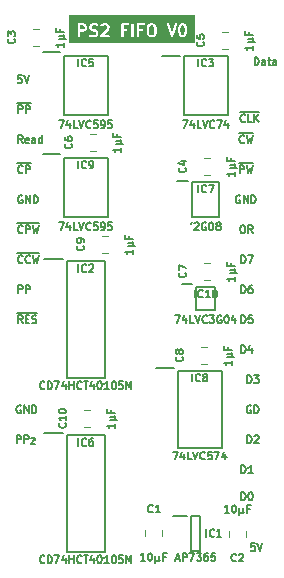
<source format=gbr>
%TF.GenerationSoftware,KiCad,Pcbnew,7.0.5*%
%TF.CreationDate,2023-12-18T07:09:22+02:00*%
%TF.ProjectId,PS2 FIFO,50533220-4649-4464-9f2e-6b696361645f,rev?*%
%TF.SameCoordinates,Original*%
%TF.FileFunction,Legend,Top*%
%TF.FilePolarity,Positive*%
%FSLAX46Y46*%
G04 Gerber Fmt 4.6, Leading zero omitted, Abs format (unit mm)*
G04 Created by KiCad (PCBNEW 7.0.5) date 2023-12-18 07:09:22*
%MOMM*%
%LPD*%
G01*
G04 APERTURE LIST*
%ADD10C,0.150000*%
%ADD11C,0.200000*%
%ADD12C,0.120000*%
G04 APERTURE END LIST*
D10*
X134702744Y-86645963D02*
X134702744Y-86010963D01*
X134702744Y-86010963D02*
X134853934Y-86010963D01*
X134853934Y-86010963D02*
X134944649Y-86041201D01*
X134944649Y-86041201D02*
X135005125Y-86101677D01*
X135005125Y-86101677D02*
X135035363Y-86162153D01*
X135035363Y-86162153D02*
X135065601Y-86283105D01*
X135065601Y-86283105D02*
X135065601Y-86373820D01*
X135065601Y-86373820D02*
X135035363Y-86494772D01*
X135035363Y-86494772D02*
X135005125Y-86555248D01*
X135005125Y-86555248D02*
X134944649Y-86615725D01*
X134944649Y-86615725D02*
X134853934Y-86645963D01*
X134853934Y-86645963D02*
X134702744Y-86645963D01*
X135670363Y-86645963D02*
X135307506Y-86645963D01*
X135488934Y-86645963D02*
X135488934Y-86010963D01*
X135488934Y-86010963D02*
X135428458Y-86101677D01*
X135428458Y-86101677D02*
X135367982Y-86162153D01*
X135367982Y-86162153D02*
X135307506Y-86192391D01*
X134944649Y-58645486D02*
X134914411Y-58675725D01*
X134914411Y-58675725D02*
X134823697Y-58705963D01*
X134823697Y-58705963D02*
X134763221Y-58705963D01*
X134763221Y-58705963D02*
X134672506Y-58675725D01*
X134672506Y-58675725D02*
X134612030Y-58615248D01*
X134612030Y-58615248D02*
X134581792Y-58554772D01*
X134581792Y-58554772D02*
X134551554Y-58433820D01*
X134551554Y-58433820D02*
X134551554Y-58343105D01*
X134551554Y-58343105D02*
X134581792Y-58222153D01*
X134581792Y-58222153D02*
X134612030Y-58161677D01*
X134612030Y-58161677D02*
X134672506Y-58101201D01*
X134672506Y-58101201D02*
X134763221Y-58070963D01*
X134763221Y-58070963D02*
X134823697Y-58070963D01*
X134823697Y-58070963D02*
X134914411Y-58101201D01*
X134914411Y-58101201D02*
X134944649Y-58131439D01*
X135156316Y-58070963D02*
X135307506Y-58705963D01*
X135307506Y-58705963D02*
X135428459Y-58252391D01*
X135428459Y-58252391D02*
X135549411Y-58705963D01*
X135549411Y-58705963D02*
X135700602Y-58070963D01*
X134494102Y-57894675D02*
X135727816Y-57894675D01*
X135513125Y-80961201D02*
X135452649Y-80930963D01*
X135452649Y-80930963D02*
X135361935Y-80930963D01*
X135361935Y-80930963D02*
X135271220Y-80961201D01*
X135271220Y-80961201D02*
X135210744Y-81021677D01*
X135210744Y-81021677D02*
X135180506Y-81082153D01*
X135180506Y-81082153D02*
X135150268Y-81203105D01*
X135150268Y-81203105D02*
X135150268Y-81293820D01*
X135150268Y-81293820D02*
X135180506Y-81414772D01*
X135180506Y-81414772D02*
X135210744Y-81475248D01*
X135210744Y-81475248D02*
X135271220Y-81535725D01*
X135271220Y-81535725D02*
X135361935Y-81565963D01*
X135361935Y-81565963D02*
X135422411Y-81565963D01*
X135422411Y-81565963D02*
X135513125Y-81535725D01*
X135513125Y-81535725D02*
X135543363Y-81505486D01*
X135543363Y-81505486D02*
X135543363Y-81293820D01*
X135543363Y-81293820D02*
X135422411Y-81293820D01*
X135815506Y-81565963D02*
X135815506Y-80930963D01*
X135815506Y-80930963D02*
X135966696Y-80930963D01*
X135966696Y-80930963D02*
X136057411Y-80961201D01*
X136057411Y-80961201D02*
X136117887Y-81021677D01*
X136117887Y-81021677D02*
X136148125Y-81082153D01*
X136148125Y-81082153D02*
X136178363Y-81203105D01*
X136178363Y-81203105D02*
X136178363Y-81293820D01*
X136178363Y-81293820D02*
X136148125Y-81414772D01*
X136148125Y-81414772D02*
X136117887Y-81475248D01*
X136117887Y-81475248D02*
X136057411Y-81535725D01*
X136057411Y-81535725D02*
X135966696Y-81565963D01*
X135966696Y-81565963D02*
X135815506Y-81565963D01*
X134702744Y-68865963D02*
X134702744Y-68230963D01*
X134702744Y-68230963D02*
X134853934Y-68230963D01*
X134853934Y-68230963D02*
X134944649Y-68261201D01*
X134944649Y-68261201D02*
X135005125Y-68321677D01*
X135005125Y-68321677D02*
X135035363Y-68382153D01*
X135035363Y-68382153D02*
X135065601Y-68503105D01*
X135065601Y-68503105D02*
X135065601Y-68593820D01*
X135065601Y-68593820D02*
X135035363Y-68714772D01*
X135035363Y-68714772D02*
X135005125Y-68775248D01*
X135005125Y-68775248D02*
X134944649Y-68835725D01*
X134944649Y-68835725D02*
X134853934Y-68865963D01*
X134853934Y-68865963D02*
X134702744Y-68865963D01*
X135277268Y-68230963D02*
X135700601Y-68230963D01*
X135700601Y-68230963D02*
X135428458Y-68865963D01*
X116182731Y-66265486D02*
X116152493Y-66295725D01*
X116152493Y-66295725D02*
X116061779Y-66325963D01*
X116061779Y-66325963D02*
X116001303Y-66325963D01*
X116001303Y-66325963D02*
X115910588Y-66295725D01*
X115910588Y-66295725D02*
X115850112Y-66235248D01*
X115850112Y-66235248D02*
X115819874Y-66174772D01*
X115819874Y-66174772D02*
X115789636Y-66053820D01*
X115789636Y-66053820D02*
X115789636Y-65963105D01*
X115789636Y-65963105D02*
X115819874Y-65842153D01*
X115819874Y-65842153D02*
X115850112Y-65781677D01*
X115850112Y-65781677D02*
X115910588Y-65721201D01*
X115910588Y-65721201D02*
X116001303Y-65690963D01*
X116001303Y-65690963D02*
X116061779Y-65690963D01*
X116061779Y-65690963D02*
X116152493Y-65721201D01*
X116152493Y-65721201D02*
X116182731Y-65751439D01*
X116454874Y-66325963D02*
X116454874Y-65690963D01*
X116454874Y-65690963D02*
X116696779Y-65690963D01*
X116696779Y-65690963D02*
X116757255Y-65721201D01*
X116757255Y-65721201D02*
X116787493Y-65751439D01*
X116787493Y-65751439D02*
X116817731Y-65811915D01*
X116817731Y-65811915D02*
X116817731Y-65902629D01*
X116817731Y-65902629D02*
X116787493Y-65963105D01*
X116787493Y-65963105D02*
X116757255Y-65993344D01*
X116757255Y-65993344D02*
X116696779Y-66023582D01*
X116696779Y-66023582D02*
X116454874Y-66023582D01*
X117029398Y-65690963D02*
X117180588Y-66325963D01*
X117180588Y-66325963D02*
X117301541Y-65872391D01*
X117301541Y-65872391D02*
X117422493Y-66325963D01*
X117422493Y-66325963D02*
X117573684Y-65690963D01*
X115732184Y-65514675D02*
X117600898Y-65514675D01*
X115819874Y-71405963D02*
X115819874Y-70770963D01*
X115819874Y-70770963D02*
X116061779Y-70770963D01*
X116061779Y-70770963D02*
X116122255Y-70801201D01*
X116122255Y-70801201D02*
X116152493Y-70831439D01*
X116152493Y-70831439D02*
X116182731Y-70891915D01*
X116182731Y-70891915D02*
X116182731Y-70982629D01*
X116182731Y-70982629D02*
X116152493Y-71043105D01*
X116152493Y-71043105D02*
X116122255Y-71073344D01*
X116122255Y-71073344D02*
X116061779Y-71103582D01*
X116061779Y-71103582D02*
X115819874Y-71103582D01*
X116454874Y-71405963D02*
X116454874Y-70770963D01*
X116454874Y-70770963D02*
X116696779Y-70770963D01*
X116696779Y-70770963D02*
X116757255Y-70801201D01*
X116757255Y-70801201D02*
X116787493Y-70831439D01*
X116787493Y-70831439D02*
X116817731Y-70891915D01*
X116817731Y-70891915D02*
X116817731Y-70982629D01*
X116817731Y-70982629D02*
X116787493Y-71043105D01*
X116787493Y-71043105D02*
X116757255Y-71073344D01*
X116757255Y-71073344D02*
X116696779Y-71103582D01*
X116696779Y-71103582D02*
X116454874Y-71103582D01*
X134702744Y-73945963D02*
X134702744Y-73310963D01*
X134702744Y-73310963D02*
X134853934Y-73310963D01*
X134853934Y-73310963D02*
X134944649Y-73341201D01*
X134944649Y-73341201D02*
X135005125Y-73401677D01*
X135005125Y-73401677D02*
X135035363Y-73462153D01*
X135035363Y-73462153D02*
X135065601Y-73583105D01*
X135065601Y-73583105D02*
X135065601Y-73673820D01*
X135065601Y-73673820D02*
X135035363Y-73794772D01*
X135035363Y-73794772D02*
X135005125Y-73855248D01*
X135005125Y-73855248D02*
X134944649Y-73915725D01*
X134944649Y-73915725D02*
X134853934Y-73945963D01*
X134853934Y-73945963D02*
X134702744Y-73945963D01*
X135640125Y-73310963D02*
X135337744Y-73310963D01*
X135337744Y-73310963D02*
X135307506Y-73613344D01*
X135307506Y-73613344D02*
X135337744Y-73583105D01*
X135337744Y-73583105D02*
X135398220Y-73552867D01*
X135398220Y-73552867D02*
X135549411Y-73552867D01*
X135549411Y-73552867D02*
X135609887Y-73583105D01*
X135609887Y-73583105D02*
X135640125Y-73613344D01*
X135640125Y-73613344D02*
X135670363Y-73673820D01*
X135670363Y-73673820D02*
X135670363Y-73825010D01*
X135670363Y-73825010D02*
X135640125Y-73885486D01*
X135640125Y-73885486D02*
X135609887Y-73915725D01*
X135609887Y-73915725D02*
X135549411Y-73945963D01*
X135549411Y-73945963D02*
X135398220Y-73945963D01*
X135398220Y-73945963D02*
X135337744Y-73915725D01*
X135337744Y-73915725D02*
X135307506Y-73885486D01*
X135857839Y-92614963D02*
X135555458Y-92614963D01*
X135555458Y-92614963D02*
X135525220Y-92917344D01*
X135525220Y-92917344D02*
X135555458Y-92887105D01*
X135555458Y-92887105D02*
X135615934Y-92856867D01*
X135615934Y-92856867D02*
X135767125Y-92856867D01*
X135767125Y-92856867D02*
X135827601Y-92887105D01*
X135827601Y-92887105D02*
X135857839Y-92917344D01*
X135857839Y-92917344D02*
X135888077Y-92977820D01*
X135888077Y-92977820D02*
X135888077Y-93129010D01*
X135888077Y-93129010D02*
X135857839Y-93189486D01*
X135857839Y-93189486D02*
X135827601Y-93219725D01*
X135827601Y-93219725D02*
X135767125Y-93249963D01*
X135767125Y-93249963D02*
X135615934Y-93249963D01*
X135615934Y-93249963D02*
X135555458Y-93219725D01*
X135555458Y-93219725D02*
X135525220Y-93189486D01*
X136069506Y-92614963D02*
X136281172Y-93249963D01*
X136281172Y-93249963D02*
X136492839Y-92614963D01*
X134702744Y-71405963D02*
X134702744Y-70770963D01*
X134702744Y-70770963D02*
X134853934Y-70770963D01*
X134853934Y-70770963D02*
X134944649Y-70801201D01*
X134944649Y-70801201D02*
X135005125Y-70861677D01*
X135005125Y-70861677D02*
X135035363Y-70922153D01*
X135035363Y-70922153D02*
X135065601Y-71043105D01*
X135065601Y-71043105D02*
X135065601Y-71133820D01*
X135065601Y-71133820D02*
X135035363Y-71254772D01*
X135035363Y-71254772D02*
X135005125Y-71315248D01*
X135005125Y-71315248D02*
X134944649Y-71375725D01*
X134944649Y-71375725D02*
X134853934Y-71405963D01*
X134853934Y-71405963D02*
X134702744Y-71405963D01*
X135609887Y-70770963D02*
X135488934Y-70770963D01*
X135488934Y-70770963D02*
X135428458Y-70801201D01*
X135428458Y-70801201D02*
X135398220Y-70831439D01*
X135398220Y-70831439D02*
X135337744Y-70922153D01*
X135337744Y-70922153D02*
X135307506Y-71043105D01*
X135307506Y-71043105D02*
X135307506Y-71285010D01*
X135307506Y-71285010D02*
X135337744Y-71345486D01*
X135337744Y-71345486D02*
X135367982Y-71375725D01*
X135367982Y-71375725D02*
X135428458Y-71405963D01*
X135428458Y-71405963D02*
X135549411Y-71405963D01*
X135549411Y-71405963D02*
X135609887Y-71375725D01*
X135609887Y-71375725D02*
X135640125Y-71345486D01*
X135640125Y-71345486D02*
X135670363Y-71285010D01*
X135670363Y-71285010D02*
X135670363Y-71133820D01*
X135670363Y-71133820D02*
X135640125Y-71073344D01*
X135640125Y-71073344D02*
X135609887Y-71043105D01*
X135609887Y-71043105D02*
X135549411Y-71012867D01*
X135549411Y-71012867D02*
X135428458Y-71012867D01*
X135428458Y-71012867D02*
X135367982Y-71043105D01*
X135367982Y-71043105D02*
X135337744Y-71073344D01*
X135337744Y-71073344D02*
X135307506Y-71133820D01*
X115692874Y-84105963D02*
X115692874Y-83470963D01*
X115692874Y-83470963D02*
X115934779Y-83470963D01*
X115934779Y-83470963D02*
X115995255Y-83501201D01*
X115995255Y-83501201D02*
X116025493Y-83531439D01*
X116025493Y-83531439D02*
X116055731Y-83591915D01*
X116055731Y-83591915D02*
X116055731Y-83682629D01*
X116055731Y-83682629D02*
X116025493Y-83743105D01*
X116025493Y-83743105D02*
X115995255Y-83773344D01*
X115995255Y-83773344D02*
X115934779Y-83803582D01*
X115934779Y-83803582D02*
X115692874Y-83803582D01*
X116327874Y-84105963D02*
X116327874Y-83470963D01*
X116327874Y-83470963D02*
X116569779Y-83470963D01*
X116569779Y-83470963D02*
X116630255Y-83501201D01*
X116630255Y-83501201D02*
X116660493Y-83531439D01*
X116660493Y-83531439D02*
X116690731Y-83591915D01*
X116690731Y-83591915D02*
X116690731Y-83682629D01*
X116690731Y-83682629D02*
X116660493Y-83743105D01*
X116660493Y-83743105D02*
X116630255Y-83773344D01*
X116630255Y-83773344D02*
X116569779Y-83803582D01*
X116569779Y-83803582D02*
X116327874Y-83803582D01*
X116908445Y-83716496D02*
X116932636Y-83692305D01*
X116932636Y-83692305D02*
X116981017Y-83668115D01*
X116981017Y-83668115D02*
X117101969Y-83668115D01*
X117101969Y-83668115D02*
X117150350Y-83692305D01*
X117150350Y-83692305D02*
X117174541Y-83716496D01*
X117174541Y-83716496D02*
X117198731Y-83764877D01*
X117198731Y-83764877D02*
X117198731Y-83813258D01*
X117198731Y-83813258D02*
X117174541Y-83885829D01*
X117174541Y-83885829D02*
X116884255Y-84176115D01*
X116884255Y-84176115D02*
X117198731Y-84176115D01*
X116182731Y-58705963D02*
X115971064Y-58403582D01*
X115819874Y-58705963D02*
X115819874Y-58070963D01*
X115819874Y-58070963D02*
X116061779Y-58070963D01*
X116061779Y-58070963D02*
X116122255Y-58101201D01*
X116122255Y-58101201D02*
X116152493Y-58131439D01*
X116152493Y-58131439D02*
X116182731Y-58191915D01*
X116182731Y-58191915D02*
X116182731Y-58282629D01*
X116182731Y-58282629D02*
X116152493Y-58343105D01*
X116152493Y-58343105D02*
X116122255Y-58373344D01*
X116122255Y-58373344D02*
X116061779Y-58403582D01*
X116061779Y-58403582D02*
X115819874Y-58403582D01*
X116696779Y-58675725D02*
X116636303Y-58705963D01*
X116636303Y-58705963D02*
X116515350Y-58705963D01*
X116515350Y-58705963D02*
X116454874Y-58675725D01*
X116454874Y-58675725D02*
X116424636Y-58615248D01*
X116424636Y-58615248D02*
X116424636Y-58373344D01*
X116424636Y-58373344D02*
X116454874Y-58312867D01*
X116454874Y-58312867D02*
X116515350Y-58282629D01*
X116515350Y-58282629D02*
X116636303Y-58282629D01*
X116636303Y-58282629D02*
X116696779Y-58312867D01*
X116696779Y-58312867D02*
X116727017Y-58373344D01*
X116727017Y-58373344D02*
X116727017Y-58433820D01*
X116727017Y-58433820D02*
X116424636Y-58494296D01*
X117271303Y-58705963D02*
X117271303Y-58373344D01*
X117271303Y-58373344D02*
X117241065Y-58312867D01*
X117241065Y-58312867D02*
X117180589Y-58282629D01*
X117180589Y-58282629D02*
X117059636Y-58282629D01*
X117059636Y-58282629D02*
X116999160Y-58312867D01*
X117271303Y-58675725D02*
X117210827Y-58705963D01*
X117210827Y-58705963D02*
X117059636Y-58705963D01*
X117059636Y-58705963D02*
X116999160Y-58675725D01*
X116999160Y-58675725D02*
X116968922Y-58615248D01*
X116968922Y-58615248D02*
X116968922Y-58554772D01*
X116968922Y-58554772D02*
X116999160Y-58494296D01*
X116999160Y-58494296D02*
X117059636Y-58464058D01*
X117059636Y-58464058D02*
X117210827Y-58464058D01*
X117210827Y-58464058D02*
X117271303Y-58433820D01*
X117845827Y-58705963D02*
X117845827Y-58070963D01*
X117845827Y-58675725D02*
X117785351Y-58705963D01*
X117785351Y-58705963D02*
X117664398Y-58705963D01*
X117664398Y-58705963D02*
X117603922Y-58675725D01*
X117603922Y-58675725D02*
X117573684Y-58645486D01*
X117573684Y-58645486D02*
X117543446Y-58585010D01*
X117543446Y-58585010D02*
X117543446Y-58403582D01*
X117543446Y-58403582D02*
X117573684Y-58343105D01*
X117573684Y-58343105D02*
X117603922Y-58312867D01*
X117603922Y-58312867D02*
X117664398Y-58282629D01*
X117664398Y-58282629D02*
X117785351Y-58282629D01*
X117785351Y-58282629D02*
X117845827Y-58312867D01*
X116152493Y-63181201D02*
X116092017Y-63150963D01*
X116092017Y-63150963D02*
X116001303Y-63150963D01*
X116001303Y-63150963D02*
X115910588Y-63181201D01*
X115910588Y-63181201D02*
X115850112Y-63241677D01*
X115850112Y-63241677D02*
X115819874Y-63302153D01*
X115819874Y-63302153D02*
X115789636Y-63423105D01*
X115789636Y-63423105D02*
X115789636Y-63513820D01*
X115789636Y-63513820D02*
X115819874Y-63634772D01*
X115819874Y-63634772D02*
X115850112Y-63695248D01*
X115850112Y-63695248D02*
X115910588Y-63755725D01*
X115910588Y-63755725D02*
X116001303Y-63785963D01*
X116001303Y-63785963D02*
X116061779Y-63785963D01*
X116061779Y-63785963D02*
X116152493Y-63755725D01*
X116152493Y-63755725D02*
X116182731Y-63725486D01*
X116182731Y-63725486D02*
X116182731Y-63513820D01*
X116182731Y-63513820D02*
X116061779Y-63513820D01*
X116454874Y-63785963D02*
X116454874Y-63150963D01*
X116454874Y-63150963D02*
X116817731Y-63785963D01*
X116817731Y-63785963D02*
X116817731Y-63150963D01*
X117120112Y-63785963D02*
X117120112Y-63150963D01*
X117120112Y-63150963D02*
X117271302Y-63150963D01*
X117271302Y-63150963D02*
X117362017Y-63181201D01*
X117362017Y-63181201D02*
X117422493Y-63241677D01*
X117422493Y-63241677D02*
X117452731Y-63302153D01*
X117452731Y-63302153D02*
X117482969Y-63423105D01*
X117482969Y-63423105D02*
X117482969Y-63513820D01*
X117482969Y-63513820D02*
X117452731Y-63634772D01*
X117452731Y-63634772D02*
X117422493Y-63695248D01*
X117422493Y-63695248D02*
X117362017Y-63755725D01*
X117362017Y-63755725D02*
X117271302Y-63785963D01*
X117271302Y-63785963D02*
X117120112Y-63785963D01*
D11*
G36*
X127250097Y-48781023D02*
G01*
X127314274Y-48845200D01*
X127352190Y-48996862D01*
X127352190Y-49305573D01*
X127314273Y-49457237D01*
X127250097Y-49521414D01*
X127190489Y-49551219D01*
X127047225Y-49551219D01*
X126987618Y-49521415D01*
X126923439Y-49457235D01*
X126885524Y-49305574D01*
X126885524Y-48996864D01*
X126923440Y-48845200D01*
X126987617Y-48781023D01*
X127047225Y-48751219D01*
X127190489Y-48751219D01*
X127250097Y-48781023D01*
G37*
G36*
X129821526Y-48781023D02*
G01*
X129846195Y-48805692D01*
X129881647Y-48876595D01*
X129923619Y-49044482D01*
X129923619Y-49257953D01*
X129881647Y-49425841D01*
X129846196Y-49496743D01*
X129821525Y-49521414D01*
X129761918Y-49551219D01*
X129713892Y-49551219D01*
X129654285Y-49521415D01*
X129629614Y-49496743D01*
X129594162Y-49425840D01*
X129552191Y-49257955D01*
X129552191Y-49044482D01*
X129594162Y-48876595D01*
X129629614Y-48805692D01*
X129654283Y-48781023D01*
X129713892Y-48751219D01*
X129761918Y-48751219D01*
X129821526Y-48781023D01*
G37*
G36*
X121392954Y-48781023D02*
G01*
X121417624Y-48805692D01*
X121447427Y-48865300D01*
X121447427Y-48960946D01*
X121417624Y-49020553D01*
X121392954Y-49045223D01*
X121333346Y-49075028D01*
X121076000Y-49075028D01*
X121076000Y-48751219D01*
X121333346Y-48751219D01*
X121392954Y-48781023D01*
G37*
G36*
X130806953Y-50226857D02*
G01*
X120145048Y-50226857D01*
X120145048Y-49189860D01*
X120872839Y-49189860D01*
X120875999Y-49196781D01*
X120876000Y-49665598D01*
X120888323Y-49707566D01*
X120932705Y-49746023D01*
X120990832Y-49754380D01*
X121044251Y-49729985D01*
X121076000Y-49680582D01*
X121076000Y-49275028D01*
X121351567Y-49275028D01*
X121375410Y-49277602D01*
X121393686Y-49268463D01*
X121413299Y-49262705D01*
X121419487Y-49255563D01*
X121485695Y-49222459D01*
X121502138Y-49218882D01*
X121521617Y-49199402D01*
X121541798Y-49180631D01*
X121542282Y-49178737D01*
X121561653Y-49159366D01*
X121576120Y-49150774D01*
X121588438Y-49126137D01*
X121601649Y-49101944D01*
X121601509Y-49099995D01*
X121634462Y-49034090D01*
X121647428Y-49013915D01*
X121647428Y-48993479D01*
X121651048Y-48973364D01*
X121647428Y-48964635D01*
X121647428Y-48852883D01*
X121824761Y-48852883D01*
X121828381Y-48861611D01*
X121828381Y-48931547D01*
X121825807Y-48955391D01*
X121834945Y-48973667D01*
X121840704Y-48993280D01*
X121847845Y-48999468D01*
X121880949Y-49065676D01*
X121884527Y-49082119D01*
X121904006Y-49101598D01*
X121922778Y-49121779D01*
X121924671Y-49122263D01*
X121944042Y-49141634D01*
X121952635Y-49156101D01*
X121977271Y-49168419D01*
X122001465Y-49181630D01*
X122003413Y-49181490D01*
X122058203Y-49208885D01*
X122066117Y-49217302D01*
X122083955Y-49221761D01*
X122086996Y-49223282D01*
X122097850Y-49225235D01*
X122274432Y-49269380D01*
X122345335Y-49304832D01*
X122370004Y-49329502D01*
X122399809Y-49389109D01*
X122399809Y-49437135D01*
X122370005Y-49496743D01*
X122345334Y-49521414D01*
X122285727Y-49551219D01*
X122087465Y-49551219D01*
X121946363Y-49504185D01*
X121902651Y-49502604D01*
X121852133Y-49532547D01*
X121825824Y-49585048D01*
X121832074Y-49643441D01*
X121868902Y-49689183D01*
X122027719Y-49742121D01*
X122041875Y-49751219D01*
X122069430Y-49751219D01*
X122096967Y-49752215D01*
X122098647Y-49751219D01*
X122303948Y-49751219D01*
X122327791Y-49753793D01*
X122346067Y-49744654D01*
X122365680Y-49738896D01*
X122371868Y-49731754D01*
X122438076Y-49698650D01*
X122454520Y-49695073D01*
X122474005Y-49675587D01*
X122484257Y-49666051D01*
X122729982Y-49666051D01*
X122734684Y-49676348D01*
X122735492Y-49687641D01*
X122746645Y-49702540D01*
X122754377Y-49719470D01*
X122763900Y-49725590D01*
X122770685Y-49734653D01*
X122788123Y-49741157D01*
X122803780Y-49751219D01*
X122815099Y-49751219D01*
X122825708Y-49755176D01*
X122843896Y-49751219D01*
X123466569Y-49751219D01*
X123508537Y-49738896D01*
X123546994Y-49694514D01*
X123555351Y-49636387D01*
X123530956Y-49582968D01*
X123481553Y-49551219D01*
X123074564Y-49551219D01*
X123471470Y-49154311D01*
X123486462Y-49142241D01*
X124539506Y-49142241D01*
X124542667Y-49149162D01*
X124542667Y-49665598D01*
X124554990Y-49707566D01*
X124599372Y-49746023D01*
X124657499Y-49754380D01*
X124710918Y-49729985D01*
X124742667Y-49680582D01*
X124742667Y-49665598D01*
X125399810Y-49665598D01*
X125412133Y-49707566D01*
X125456515Y-49746023D01*
X125514642Y-49754380D01*
X125568061Y-49729985D01*
X125599810Y-49680582D01*
X125599810Y-49142241D01*
X125872839Y-49142241D01*
X125876000Y-49149162D01*
X125876000Y-49665598D01*
X125888323Y-49707566D01*
X125932705Y-49746023D01*
X125990832Y-49754380D01*
X126044251Y-49729985D01*
X126076000Y-49680582D01*
X126076000Y-49313652D01*
X126681388Y-49313652D01*
X126685524Y-49330196D01*
X126685524Y-49332264D01*
X126689003Y-49344114D01*
X126735751Y-49531106D01*
X126741669Y-49558308D01*
X126753373Y-49570012D01*
X126761750Y-49584290D01*
X126773712Y-49590351D01*
X126848804Y-49665444D01*
X126857397Y-49679911D01*
X126882025Y-49692225D01*
X126906227Y-49705441D01*
X126908177Y-49705301D01*
X126974080Y-49738253D01*
X126994256Y-49751219D01*
X127014691Y-49751219D01*
X127034807Y-49754839D01*
X127043535Y-49751219D01*
X127208710Y-49751219D01*
X127232553Y-49753793D01*
X127250829Y-49744654D01*
X127270442Y-49738896D01*
X127276630Y-49731754D01*
X127342838Y-49698650D01*
X127359281Y-49695073D01*
X127378757Y-49675596D01*
X127398941Y-49656822D01*
X127399425Y-49654928D01*
X127474170Y-49580182D01*
X127494464Y-49561101D01*
X127498478Y-49545043D01*
X127506412Y-49530514D01*
X127505455Y-49517136D01*
X127545213Y-49358104D01*
X127552190Y-49347248D01*
X127552189Y-49330197D01*
X127552692Y-49328189D01*
X127552190Y-49315842D01*
X127552190Y-49001010D01*
X127556326Y-48988785D01*
X127552189Y-48972240D01*
X127552190Y-48970173D01*
X127548710Y-48958322D01*
X127501963Y-48771336D01*
X127496045Y-48744128D01*
X127484339Y-48732422D01*
X127475964Y-48718147D01*
X127464002Y-48712085D01*
X127406902Y-48654986D01*
X128395656Y-48654986D01*
X128732554Y-49665679D01*
X128732147Y-49676949D01*
X128741662Y-49693002D01*
X128742822Y-49696482D01*
X128748956Y-49705309D01*
X128762090Y-49727467D01*
X128765566Y-49729209D01*
X128767784Y-49732400D01*
X128791575Y-49742242D01*
X128814592Y-49753776D01*
X128818455Y-49753362D01*
X128822049Y-49754849D01*
X128847379Y-49750266D01*
X128872984Y-49747526D01*
X128876014Y-49745086D01*
X128879836Y-49744395D01*
X128898662Y-49726851D01*
X128918726Y-49710698D01*
X128919955Y-49707009D01*
X128922799Y-49704360D01*
X128929155Y-49679409D01*
X129066947Y-49266033D01*
X129348055Y-49266033D01*
X129352191Y-49282577D01*
X129352191Y-49284645D01*
X129355670Y-49296495D01*
X129398475Y-49467715D01*
X129397236Y-49479200D01*
X129405457Y-49495643D01*
X129406283Y-49498945D01*
X129411868Y-49508465D01*
X129452378Y-49589484D01*
X129455955Y-49605927D01*
X129475438Y-49625410D01*
X129494207Y-49645588D01*
X129496099Y-49646071D01*
X129515471Y-49665444D01*
X129524064Y-49679911D01*
X129548702Y-49692230D01*
X129572893Y-49705440D01*
X129574842Y-49705300D01*
X129640747Y-49738253D01*
X129660923Y-49751219D01*
X129681358Y-49751219D01*
X129701474Y-49754839D01*
X129710202Y-49751219D01*
X129780139Y-49751219D01*
X129803982Y-49753793D01*
X129822258Y-49744654D01*
X129841871Y-49738896D01*
X129848059Y-49731754D01*
X129914267Y-49698650D01*
X129930711Y-49695073D01*
X129950196Y-49675587D01*
X129970370Y-49656822D01*
X129970854Y-49654928D01*
X129990227Y-49635555D01*
X130004692Y-49626964D01*
X130017009Y-49602329D01*
X130030221Y-49578133D01*
X130030081Y-49576185D01*
X130057476Y-49521395D01*
X130065893Y-49513482D01*
X130070352Y-49495643D01*
X130071873Y-49492603D01*
X130073826Y-49481748D01*
X130116642Y-49310485D01*
X130123619Y-49299629D01*
X130123619Y-49282578D01*
X130124121Y-49280570D01*
X130123619Y-49268223D01*
X130123619Y-49048629D01*
X130127755Y-49036404D01*
X130123619Y-49019860D01*
X130123619Y-49017792D01*
X130120139Y-49005941D01*
X130077334Y-48834720D01*
X130078574Y-48823236D01*
X130070352Y-48806792D01*
X130069527Y-48803492D01*
X130063943Y-48793975D01*
X130023430Y-48712949D01*
X130019854Y-48696509D01*
X130000379Y-48677034D01*
X129981603Y-48656848D01*
X129979708Y-48656363D01*
X129960338Y-48636993D01*
X129951746Y-48622527D01*
X129927111Y-48610209D01*
X129902916Y-48596998D01*
X129900966Y-48597137D01*
X129835065Y-48564186D01*
X129814887Y-48551219D01*
X129794451Y-48551219D01*
X129774336Y-48547599D01*
X129765608Y-48551219D01*
X129695670Y-48551219D01*
X129671827Y-48548645D01*
X129653549Y-48557783D01*
X129633939Y-48563542D01*
X129627751Y-48570683D01*
X129561540Y-48603788D01*
X129545100Y-48607365D01*
X129525625Y-48626839D01*
X129505439Y-48645616D01*
X129504954Y-48647510D01*
X129485584Y-48666880D01*
X129471118Y-48675473D01*
X129458800Y-48700107D01*
X129445589Y-48724303D01*
X129445728Y-48726252D01*
X129418334Y-48781040D01*
X129409917Y-48788955D01*
X129405456Y-48806795D01*
X129403937Y-48809835D01*
X129401984Y-48820686D01*
X129359167Y-48991951D01*
X129352191Y-49002808D01*
X129352191Y-49019858D01*
X129351689Y-49021867D01*
X129352191Y-49034213D01*
X129352190Y-49253807D01*
X129348055Y-49266033D01*
X129066947Y-49266033D01*
X129265891Y-48669201D01*
X129267472Y-48625490D01*
X129237529Y-48574972D01*
X129185027Y-48548662D01*
X129126635Y-48554913D01*
X129080893Y-48591740D01*
X128833143Y-49334990D01*
X128590131Y-48605955D01*
X128565169Y-48570038D01*
X128510904Y-48547589D01*
X128453117Y-48558042D01*
X128410153Y-48598078D01*
X128395656Y-48654986D01*
X127406902Y-48654986D01*
X127388908Y-48636992D01*
X127380317Y-48622527D01*
X127355682Y-48610209D01*
X127331487Y-48596998D01*
X127329537Y-48597137D01*
X127263636Y-48564186D01*
X127243458Y-48551219D01*
X127223022Y-48551219D01*
X127202907Y-48547599D01*
X127194179Y-48551219D01*
X127029003Y-48551219D01*
X127005160Y-48548645D01*
X126986882Y-48557783D01*
X126967272Y-48563542D01*
X126961084Y-48570683D01*
X126894877Y-48603786D01*
X126878433Y-48607364D01*
X126858946Y-48626850D01*
X126838772Y-48645616D01*
X126838287Y-48647509D01*
X126763535Y-48722262D01*
X126743250Y-48741336D01*
X126739235Y-48757395D01*
X126731303Y-48771922D01*
X126732259Y-48785297D01*
X126692500Y-48944332D01*
X126685524Y-48955189D01*
X126685524Y-48972239D01*
X126685022Y-48974248D01*
X126685524Y-48986594D01*
X126685524Y-49301426D01*
X126681388Y-49313652D01*
X126076000Y-49313652D01*
X126076000Y-49227409D01*
X126323712Y-49227409D01*
X126365680Y-49215086D01*
X126404137Y-49170704D01*
X126412494Y-49112577D01*
X126388099Y-49059158D01*
X126338696Y-49027409D01*
X126076000Y-49027409D01*
X126076000Y-48751219D01*
X126466569Y-48751219D01*
X126508537Y-48738896D01*
X126546994Y-48694514D01*
X126555351Y-48636387D01*
X126530956Y-48582968D01*
X126481553Y-48551219D01*
X125983154Y-48551219D01*
X125961168Y-48548058D01*
X125940964Y-48557284D01*
X125919653Y-48563542D01*
X125914670Y-48569292D01*
X125907749Y-48572453D01*
X125895740Y-48591138D01*
X125881196Y-48607924D01*
X125880113Y-48615455D01*
X125876000Y-48621856D01*
X125876000Y-48644064D01*
X125872839Y-48666051D01*
X125876000Y-48672972D01*
X125876000Y-49120254D01*
X125872839Y-49142241D01*
X125599810Y-49142241D01*
X125599810Y-48636840D01*
X125587487Y-48594872D01*
X125543105Y-48556415D01*
X125484978Y-48548058D01*
X125431559Y-48572453D01*
X125399810Y-48621856D01*
X125399810Y-49665598D01*
X124742667Y-49665598D01*
X124742667Y-49227409D01*
X124990379Y-49227409D01*
X125032347Y-49215086D01*
X125070804Y-49170704D01*
X125079161Y-49112577D01*
X125054766Y-49059158D01*
X125005363Y-49027409D01*
X124742667Y-49027409D01*
X124742667Y-48751219D01*
X125133236Y-48751219D01*
X125175204Y-48738896D01*
X125213661Y-48694514D01*
X125222018Y-48636387D01*
X125197623Y-48582968D01*
X125148220Y-48551219D01*
X124649821Y-48551219D01*
X124627835Y-48548058D01*
X124607631Y-48557284D01*
X124586320Y-48563542D01*
X124581337Y-48569292D01*
X124574416Y-48572453D01*
X124562407Y-48591138D01*
X124547863Y-48607924D01*
X124546780Y-48615455D01*
X124542667Y-48621856D01*
X124542667Y-48644064D01*
X124539506Y-48666051D01*
X124542667Y-48672972D01*
X124542667Y-49120254D01*
X124539506Y-49142241D01*
X123486462Y-49142241D01*
X123490154Y-49139269D01*
X123496616Y-49119881D01*
X123506411Y-49101944D01*
X123505737Y-49092519D01*
X123543092Y-48980451D01*
X123552190Y-48966296D01*
X123552190Y-48938741D01*
X123553186Y-48911204D01*
X123552190Y-48909523D01*
X123552189Y-48847079D01*
X123554764Y-48823236D01*
X123545625Y-48804958D01*
X123539867Y-48785348D01*
X123532725Y-48779160D01*
X123499620Y-48712949D01*
X123496044Y-48696509D01*
X123476569Y-48677034D01*
X123457793Y-48656848D01*
X123455898Y-48656363D01*
X123436528Y-48636993D01*
X123427936Y-48622527D01*
X123403301Y-48610209D01*
X123379106Y-48596998D01*
X123377156Y-48597137D01*
X123311255Y-48564186D01*
X123291077Y-48551219D01*
X123270641Y-48551219D01*
X123250526Y-48547599D01*
X123241798Y-48551219D01*
X123029003Y-48551219D01*
X123005160Y-48548645D01*
X122986882Y-48557783D01*
X122967272Y-48563542D01*
X122961084Y-48570683D01*
X122894873Y-48603788D01*
X122878433Y-48607365D01*
X122858958Y-48626839D01*
X122838772Y-48645616D01*
X122838287Y-48647510D01*
X122799884Y-48685914D01*
X122778922Y-48724303D01*
X122783111Y-48782879D01*
X122818304Y-48829891D01*
X122873327Y-48850414D01*
X122930710Y-48837930D01*
X122987617Y-48781022D01*
X123047225Y-48751219D01*
X123238108Y-48751219D01*
X123297716Y-48781023D01*
X123322385Y-48805692D01*
X123352190Y-48865301D01*
X123352190Y-48920705D01*
X123317167Y-49025772D01*
X122780480Y-49562459D01*
X122776796Y-49563542D01*
X122759900Y-49583040D01*
X122752265Y-49590676D01*
X122750528Y-49593857D01*
X122738339Y-49607924D01*
X122736727Y-49619130D01*
X122731303Y-49629065D01*
X122732630Y-49647628D01*
X122729982Y-49666051D01*
X122484257Y-49666051D01*
X122494179Y-49656822D01*
X122494663Y-49654928D01*
X122514036Y-49635555D01*
X122528501Y-49626964D01*
X122540818Y-49602329D01*
X122554030Y-49578133D01*
X122553890Y-49576185D01*
X122586843Y-49510280D01*
X122599809Y-49490105D01*
X122599809Y-49469669D01*
X122603429Y-49449554D01*
X122599809Y-49440825D01*
X122599809Y-49370888D01*
X122602383Y-49347045D01*
X122593244Y-49328767D01*
X122587486Y-49309157D01*
X122580344Y-49302969D01*
X122547239Y-49236758D01*
X122543663Y-49220318D01*
X122524188Y-49200843D01*
X122505412Y-49180657D01*
X122503517Y-49180172D01*
X122484147Y-49160802D01*
X122475555Y-49146336D01*
X122450920Y-49134018D01*
X122426725Y-49120807D01*
X122424775Y-49120946D01*
X122369987Y-49093552D01*
X122362073Y-49085135D01*
X122344233Y-49080675D01*
X122341193Y-49079155D01*
X122330341Y-49077202D01*
X122153757Y-49033056D01*
X122082855Y-48997605D01*
X122058185Y-48972935D01*
X122028381Y-48913326D01*
X122028381Y-48865301D01*
X122058185Y-48805692D01*
X122082855Y-48781022D01*
X122142463Y-48751219D01*
X122340724Y-48751219D01*
X122481827Y-48798253D01*
X122525538Y-48799834D01*
X122576056Y-48769891D01*
X122602366Y-48717389D01*
X122596115Y-48658997D01*
X122559287Y-48613255D01*
X122400470Y-48560316D01*
X122386315Y-48551219D01*
X122358760Y-48551219D01*
X122331222Y-48550223D01*
X122329542Y-48551219D01*
X122124241Y-48551219D01*
X122100398Y-48548645D01*
X122082120Y-48557783D01*
X122062510Y-48563542D01*
X122056322Y-48570683D01*
X121990111Y-48603788D01*
X121973671Y-48607365D01*
X121954196Y-48626839D01*
X121934010Y-48645616D01*
X121933525Y-48647510D01*
X121914155Y-48666880D01*
X121899689Y-48675473D01*
X121887371Y-48700107D01*
X121874160Y-48724303D01*
X121874299Y-48726252D01*
X121841348Y-48792153D01*
X121828381Y-48812332D01*
X121828381Y-48832767D01*
X121824761Y-48852883D01*
X121647428Y-48852883D01*
X121647428Y-48847079D01*
X121650002Y-48823236D01*
X121640863Y-48804958D01*
X121635105Y-48785348D01*
X121627963Y-48779160D01*
X121594858Y-48712949D01*
X121591282Y-48696509D01*
X121571807Y-48677034D01*
X121553031Y-48656848D01*
X121551136Y-48656363D01*
X121531766Y-48636993D01*
X121523174Y-48622527D01*
X121498539Y-48610209D01*
X121474344Y-48596998D01*
X121472394Y-48597137D01*
X121406493Y-48564186D01*
X121386315Y-48551219D01*
X121365879Y-48551219D01*
X121345764Y-48547599D01*
X121337036Y-48551219D01*
X120983154Y-48551219D01*
X120961168Y-48548058D01*
X120940964Y-48557284D01*
X120919653Y-48563542D01*
X120914670Y-48569292D01*
X120907749Y-48572453D01*
X120895740Y-48591138D01*
X120881196Y-48607924D01*
X120880113Y-48615455D01*
X120876000Y-48621856D01*
X120876000Y-48644064D01*
X120872839Y-48666051D01*
X120875999Y-48672972D01*
X120876000Y-49167873D01*
X120872839Y-49189860D01*
X120145048Y-49189860D01*
X120145048Y-47841143D01*
X130806953Y-47841143D01*
X130806953Y-50226857D01*
G37*
D10*
X135210744Y-84105963D02*
X135210744Y-83470963D01*
X135210744Y-83470963D02*
X135361934Y-83470963D01*
X135361934Y-83470963D02*
X135452649Y-83501201D01*
X135452649Y-83501201D02*
X135513125Y-83561677D01*
X135513125Y-83561677D02*
X135543363Y-83622153D01*
X135543363Y-83622153D02*
X135573601Y-83743105D01*
X135573601Y-83743105D02*
X135573601Y-83833820D01*
X135573601Y-83833820D02*
X135543363Y-83954772D01*
X135543363Y-83954772D02*
X135513125Y-84015248D01*
X135513125Y-84015248D02*
X135452649Y-84075725D01*
X135452649Y-84075725D02*
X135361934Y-84105963D01*
X135361934Y-84105963D02*
X135210744Y-84105963D01*
X135815506Y-83531439D02*
X135845744Y-83501201D01*
X135845744Y-83501201D02*
X135906220Y-83470963D01*
X135906220Y-83470963D02*
X136057411Y-83470963D01*
X136057411Y-83470963D02*
X136117887Y-83501201D01*
X136117887Y-83501201D02*
X136148125Y-83531439D01*
X136148125Y-83531439D02*
X136178363Y-83591915D01*
X136178363Y-83591915D02*
X136178363Y-83652391D01*
X136178363Y-83652391D02*
X136148125Y-83743105D01*
X136148125Y-83743105D02*
X135785268Y-84105963D01*
X135785268Y-84105963D02*
X136178363Y-84105963D01*
X135029315Y-56867486D02*
X134999077Y-56897725D01*
X134999077Y-56897725D02*
X134908363Y-56927963D01*
X134908363Y-56927963D02*
X134847887Y-56927963D01*
X134847887Y-56927963D02*
X134757172Y-56897725D01*
X134757172Y-56897725D02*
X134696696Y-56837248D01*
X134696696Y-56837248D02*
X134666458Y-56776772D01*
X134666458Y-56776772D02*
X134636220Y-56655820D01*
X134636220Y-56655820D02*
X134636220Y-56565105D01*
X134636220Y-56565105D02*
X134666458Y-56444153D01*
X134666458Y-56444153D02*
X134696696Y-56383677D01*
X134696696Y-56383677D02*
X134757172Y-56323201D01*
X134757172Y-56323201D02*
X134847887Y-56292963D01*
X134847887Y-56292963D02*
X134908363Y-56292963D01*
X134908363Y-56292963D02*
X134999077Y-56323201D01*
X134999077Y-56323201D02*
X135029315Y-56353439D01*
X135603839Y-56927963D02*
X135301458Y-56927963D01*
X135301458Y-56927963D02*
X135301458Y-56292963D01*
X135815506Y-56927963D02*
X135815506Y-56292963D01*
X136178363Y-56927963D02*
X135906220Y-56565105D01*
X136178363Y-56292963D02*
X135815506Y-56655820D01*
X134578768Y-56116675D02*
X136235816Y-56116675D01*
X134763220Y-65690963D02*
X134884173Y-65690963D01*
X134884173Y-65690963D02*
X134944649Y-65721201D01*
X134944649Y-65721201D02*
X135005125Y-65781677D01*
X135005125Y-65781677D02*
X135035363Y-65902629D01*
X135035363Y-65902629D02*
X135035363Y-66114296D01*
X135035363Y-66114296D02*
X135005125Y-66235248D01*
X135005125Y-66235248D02*
X134944649Y-66295725D01*
X134944649Y-66295725D02*
X134884173Y-66325963D01*
X134884173Y-66325963D02*
X134763220Y-66325963D01*
X134763220Y-66325963D02*
X134702744Y-66295725D01*
X134702744Y-66295725D02*
X134642268Y-66235248D01*
X134642268Y-66235248D02*
X134612030Y-66114296D01*
X134612030Y-66114296D02*
X134612030Y-65902629D01*
X134612030Y-65902629D02*
X134642268Y-65781677D01*
X134642268Y-65781677D02*
X134702744Y-65721201D01*
X134702744Y-65721201D02*
X134763220Y-65690963D01*
X135670363Y-66325963D02*
X135458696Y-66023582D01*
X135307506Y-66325963D02*
X135307506Y-65690963D01*
X135307506Y-65690963D02*
X135549411Y-65690963D01*
X135549411Y-65690963D02*
X135609887Y-65721201D01*
X135609887Y-65721201D02*
X135640125Y-65751439D01*
X135640125Y-65751439D02*
X135670363Y-65811915D01*
X135670363Y-65811915D02*
X135670363Y-65902629D01*
X135670363Y-65902629D02*
X135640125Y-65963105D01*
X135640125Y-65963105D02*
X135609887Y-65993344D01*
X135609887Y-65993344D02*
X135549411Y-66023582D01*
X135549411Y-66023582D02*
X135307506Y-66023582D01*
X116025493Y-80961201D02*
X115965017Y-80930963D01*
X115965017Y-80930963D02*
X115874303Y-80930963D01*
X115874303Y-80930963D02*
X115783588Y-80961201D01*
X115783588Y-80961201D02*
X115723112Y-81021677D01*
X115723112Y-81021677D02*
X115692874Y-81082153D01*
X115692874Y-81082153D02*
X115662636Y-81203105D01*
X115662636Y-81203105D02*
X115662636Y-81293820D01*
X115662636Y-81293820D02*
X115692874Y-81414772D01*
X115692874Y-81414772D02*
X115723112Y-81475248D01*
X115723112Y-81475248D02*
X115783588Y-81535725D01*
X115783588Y-81535725D02*
X115874303Y-81565963D01*
X115874303Y-81565963D02*
X115934779Y-81565963D01*
X115934779Y-81565963D02*
X116025493Y-81535725D01*
X116025493Y-81535725D02*
X116055731Y-81505486D01*
X116055731Y-81505486D02*
X116055731Y-81293820D01*
X116055731Y-81293820D02*
X115934779Y-81293820D01*
X116327874Y-81565963D02*
X116327874Y-80930963D01*
X116327874Y-80930963D02*
X116690731Y-81565963D01*
X116690731Y-81565963D02*
X116690731Y-80930963D01*
X116993112Y-81565963D02*
X116993112Y-80930963D01*
X116993112Y-80930963D02*
X117144302Y-80930963D01*
X117144302Y-80930963D02*
X117235017Y-80961201D01*
X117235017Y-80961201D02*
X117295493Y-81021677D01*
X117295493Y-81021677D02*
X117325731Y-81082153D01*
X117325731Y-81082153D02*
X117355969Y-81203105D01*
X117355969Y-81203105D02*
X117355969Y-81293820D01*
X117355969Y-81293820D02*
X117325731Y-81414772D01*
X117325731Y-81414772D02*
X117295493Y-81475248D01*
X117295493Y-81475248D02*
X117235017Y-81535725D01*
X117235017Y-81535725D02*
X117144302Y-81565963D01*
X117144302Y-81565963D02*
X116993112Y-81565963D01*
X134593887Y-63181201D02*
X134533411Y-63150963D01*
X134533411Y-63150963D02*
X134442697Y-63150963D01*
X134442697Y-63150963D02*
X134351982Y-63181201D01*
X134351982Y-63181201D02*
X134291506Y-63241677D01*
X134291506Y-63241677D02*
X134261268Y-63302153D01*
X134261268Y-63302153D02*
X134231030Y-63423105D01*
X134231030Y-63423105D02*
X134231030Y-63513820D01*
X134231030Y-63513820D02*
X134261268Y-63634772D01*
X134261268Y-63634772D02*
X134291506Y-63695248D01*
X134291506Y-63695248D02*
X134351982Y-63755725D01*
X134351982Y-63755725D02*
X134442697Y-63785963D01*
X134442697Y-63785963D02*
X134503173Y-63785963D01*
X134503173Y-63785963D02*
X134593887Y-63755725D01*
X134593887Y-63755725D02*
X134624125Y-63725486D01*
X134624125Y-63725486D02*
X134624125Y-63513820D01*
X134624125Y-63513820D02*
X134503173Y-63513820D01*
X134896268Y-63785963D02*
X134896268Y-63150963D01*
X134896268Y-63150963D02*
X135259125Y-63785963D01*
X135259125Y-63785963D02*
X135259125Y-63150963D01*
X135561506Y-63785963D02*
X135561506Y-63150963D01*
X135561506Y-63150963D02*
X135712696Y-63150963D01*
X135712696Y-63150963D02*
X135803411Y-63181201D01*
X135803411Y-63181201D02*
X135863887Y-63241677D01*
X135863887Y-63241677D02*
X135894125Y-63302153D01*
X135894125Y-63302153D02*
X135924363Y-63423105D01*
X135924363Y-63423105D02*
X135924363Y-63513820D01*
X135924363Y-63513820D02*
X135894125Y-63634772D01*
X135894125Y-63634772D02*
X135863887Y-63695248D01*
X135863887Y-63695248D02*
X135803411Y-63755725D01*
X135803411Y-63755725D02*
X135712696Y-63785963D01*
X135712696Y-63785963D02*
X135561506Y-63785963D01*
X116182731Y-68805486D02*
X116152493Y-68835725D01*
X116152493Y-68835725D02*
X116061779Y-68865963D01*
X116061779Y-68865963D02*
X116001303Y-68865963D01*
X116001303Y-68865963D02*
X115910588Y-68835725D01*
X115910588Y-68835725D02*
X115850112Y-68775248D01*
X115850112Y-68775248D02*
X115819874Y-68714772D01*
X115819874Y-68714772D02*
X115789636Y-68593820D01*
X115789636Y-68593820D02*
X115789636Y-68503105D01*
X115789636Y-68503105D02*
X115819874Y-68382153D01*
X115819874Y-68382153D02*
X115850112Y-68321677D01*
X115850112Y-68321677D02*
X115910588Y-68261201D01*
X115910588Y-68261201D02*
X116001303Y-68230963D01*
X116001303Y-68230963D02*
X116061779Y-68230963D01*
X116061779Y-68230963D02*
X116152493Y-68261201D01*
X116152493Y-68261201D02*
X116182731Y-68291439D01*
X116817731Y-68805486D02*
X116787493Y-68835725D01*
X116787493Y-68835725D02*
X116696779Y-68865963D01*
X116696779Y-68865963D02*
X116636303Y-68865963D01*
X116636303Y-68865963D02*
X116545588Y-68835725D01*
X116545588Y-68835725D02*
X116485112Y-68775248D01*
X116485112Y-68775248D02*
X116454874Y-68714772D01*
X116454874Y-68714772D02*
X116424636Y-68593820D01*
X116424636Y-68593820D02*
X116424636Y-68503105D01*
X116424636Y-68503105D02*
X116454874Y-68382153D01*
X116454874Y-68382153D02*
X116485112Y-68321677D01*
X116485112Y-68321677D02*
X116545588Y-68261201D01*
X116545588Y-68261201D02*
X116636303Y-68230963D01*
X116636303Y-68230963D02*
X116696779Y-68230963D01*
X116696779Y-68230963D02*
X116787493Y-68261201D01*
X116787493Y-68261201D02*
X116817731Y-68291439D01*
X117029398Y-68230963D02*
X117180588Y-68865963D01*
X117180588Y-68865963D02*
X117301541Y-68412391D01*
X117301541Y-68412391D02*
X117422493Y-68865963D01*
X117422493Y-68865963D02*
X117573684Y-68230963D01*
X115732184Y-68054675D02*
X117600898Y-68054675D01*
X116182731Y-73945963D02*
X115971064Y-73643582D01*
X115819874Y-73945963D02*
X115819874Y-73310963D01*
X115819874Y-73310963D02*
X116061779Y-73310963D01*
X116061779Y-73310963D02*
X116122255Y-73341201D01*
X116122255Y-73341201D02*
X116152493Y-73371439D01*
X116152493Y-73371439D02*
X116182731Y-73431915D01*
X116182731Y-73431915D02*
X116182731Y-73522629D01*
X116182731Y-73522629D02*
X116152493Y-73583105D01*
X116152493Y-73583105D02*
X116122255Y-73613344D01*
X116122255Y-73613344D02*
X116061779Y-73643582D01*
X116061779Y-73643582D02*
X115819874Y-73643582D01*
X116454874Y-73613344D02*
X116666541Y-73613344D01*
X116757255Y-73945963D02*
X116454874Y-73945963D01*
X116454874Y-73945963D02*
X116454874Y-73310963D01*
X116454874Y-73310963D02*
X116757255Y-73310963D01*
X116999160Y-73915725D02*
X117089874Y-73945963D01*
X117089874Y-73945963D02*
X117241065Y-73945963D01*
X117241065Y-73945963D02*
X117301541Y-73915725D01*
X117301541Y-73915725D02*
X117331779Y-73885486D01*
X117331779Y-73885486D02*
X117362017Y-73825010D01*
X117362017Y-73825010D02*
X117362017Y-73764534D01*
X117362017Y-73764534D02*
X117331779Y-73704058D01*
X117331779Y-73704058D02*
X117301541Y-73673820D01*
X117301541Y-73673820D02*
X117241065Y-73643582D01*
X117241065Y-73643582D02*
X117120112Y-73613344D01*
X117120112Y-73613344D02*
X117059636Y-73583105D01*
X117059636Y-73583105D02*
X117029398Y-73552867D01*
X117029398Y-73552867D02*
X116999160Y-73492391D01*
X116999160Y-73492391D02*
X116999160Y-73431915D01*
X116999160Y-73431915D02*
X117029398Y-73371439D01*
X117029398Y-73371439D02*
X117059636Y-73341201D01*
X117059636Y-73341201D02*
X117120112Y-73310963D01*
X117120112Y-73310963D02*
X117271303Y-73310963D01*
X117271303Y-73310963D02*
X117362017Y-73341201D01*
X115732184Y-73134675D02*
X117419470Y-73134675D01*
X135827601Y-52101963D02*
X135827601Y-51466963D01*
X135827601Y-51466963D02*
X135978791Y-51466963D01*
X135978791Y-51466963D02*
X136069506Y-51497201D01*
X136069506Y-51497201D02*
X136129982Y-51557677D01*
X136129982Y-51557677D02*
X136160220Y-51618153D01*
X136160220Y-51618153D02*
X136190458Y-51739105D01*
X136190458Y-51739105D02*
X136190458Y-51829820D01*
X136190458Y-51829820D02*
X136160220Y-51950772D01*
X136160220Y-51950772D02*
X136129982Y-52011248D01*
X136129982Y-52011248D02*
X136069506Y-52071725D01*
X136069506Y-52071725D02*
X135978791Y-52101963D01*
X135978791Y-52101963D02*
X135827601Y-52101963D01*
X136734744Y-52101963D02*
X136734744Y-51769344D01*
X136734744Y-51769344D02*
X136704506Y-51708867D01*
X136704506Y-51708867D02*
X136644030Y-51678629D01*
X136644030Y-51678629D02*
X136523077Y-51678629D01*
X136523077Y-51678629D02*
X136462601Y-51708867D01*
X136734744Y-52071725D02*
X136674268Y-52101963D01*
X136674268Y-52101963D02*
X136523077Y-52101963D01*
X136523077Y-52101963D02*
X136462601Y-52071725D01*
X136462601Y-52071725D02*
X136432363Y-52011248D01*
X136432363Y-52011248D02*
X136432363Y-51950772D01*
X136432363Y-51950772D02*
X136462601Y-51890296D01*
X136462601Y-51890296D02*
X136523077Y-51860058D01*
X136523077Y-51860058D02*
X136674268Y-51860058D01*
X136674268Y-51860058D02*
X136734744Y-51829820D01*
X136946411Y-51678629D02*
X137188315Y-51678629D01*
X137037125Y-51466963D02*
X137037125Y-52011248D01*
X137037125Y-52011248D02*
X137067363Y-52071725D01*
X137067363Y-52071725D02*
X137127839Y-52101963D01*
X137127839Y-52101963D02*
X137188315Y-52101963D01*
X137672125Y-52101963D02*
X137672125Y-51769344D01*
X137672125Y-51769344D02*
X137641887Y-51708867D01*
X137641887Y-51708867D02*
X137581411Y-51678629D01*
X137581411Y-51678629D02*
X137460458Y-51678629D01*
X137460458Y-51678629D02*
X137399982Y-51708867D01*
X137672125Y-52071725D02*
X137611649Y-52101963D01*
X137611649Y-52101963D02*
X137460458Y-52101963D01*
X137460458Y-52101963D02*
X137399982Y-52071725D01*
X137399982Y-52071725D02*
X137369744Y-52011248D01*
X137369744Y-52011248D02*
X137369744Y-51950772D01*
X137369744Y-51950772D02*
X137399982Y-51890296D01*
X137399982Y-51890296D02*
X137460458Y-51860058D01*
X137460458Y-51860058D02*
X137611649Y-51860058D01*
X137611649Y-51860058D02*
X137672125Y-51829820D01*
X134702744Y-76485963D02*
X134702744Y-75850963D01*
X134702744Y-75850963D02*
X134853934Y-75850963D01*
X134853934Y-75850963D02*
X134944649Y-75881201D01*
X134944649Y-75881201D02*
X135005125Y-75941677D01*
X135005125Y-75941677D02*
X135035363Y-76002153D01*
X135035363Y-76002153D02*
X135065601Y-76123105D01*
X135065601Y-76123105D02*
X135065601Y-76213820D01*
X135065601Y-76213820D02*
X135035363Y-76334772D01*
X135035363Y-76334772D02*
X135005125Y-76395248D01*
X135005125Y-76395248D02*
X134944649Y-76455725D01*
X134944649Y-76455725D02*
X134853934Y-76485963D01*
X134853934Y-76485963D02*
X134702744Y-76485963D01*
X135609887Y-76062629D02*
X135609887Y-76485963D01*
X135458696Y-75820725D02*
X135307506Y-76274296D01*
X135307506Y-76274296D02*
X135700601Y-76274296D01*
X115819874Y-56165963D02*
X115819874Y-55530963D01*
X115819874Y-55530963D02*
X116061779Y-55530963D01*
X116061779Y-55530963D02*
X116122255Y-55561201D01*
X116122255Y-55561201D02*
X116152493Y-55591439D01*
X116152493Y-55591439D02*
X116182731Y-55651915D01*
X116182731Y-55651915D02*
X116182731Y-55742629D01*
X116182731Y-55742629D02*
X116152493Y-55803105D01*
X116152493Y-55803105D02*
X116122255Y-55833344D01*
X116122255Y-55833344D02*
X116061779Y-55863582D01*
X116061779Y-55863582D02*
X115819874Y-55863582D01*
X116454874Y-56165963D02*
X116454874Y-55530963D01*
X116454874Y-55530963D02*
X116696779Y-55530963D01*
X116696779Y-55530963D02*
X116757255Y-55561201D01*
X116757255Y-55561201D02*
X116787493Y-55591439D01*
X116787493Y-55591439D02*
X116817731Y-55651915D01*
X116817731Y-55651915D02*
X116817731Y-55742629D01*
X116817731Y-55742629D02*
X116787493Y-55803105D01*
X116787493Y-55803105D02*
X116757255Y-55833344D01*
X116757255Y-55833344D02*
X116696779Y-55863582D01*
X116696779Y-55863582D02*
X116454874Y-55863582D01*
X115732184Y-55354675D02*
X116875184Y-55354675D01*
X116182731Y-61185486D02*
X116152493Y-61215725D01*
X116152493Y-61215725D02*
X116061779Y-61245963D01*
X116061779Y-61245963D02*
X116001303Y-61245963D01*
X116001303Y-61245963D02*
X115910588Y-61215725D01*
X115910588Y-61215725D02*
X115850112Y-61155248D01*
X115850112Y-61155248D02*
X115819874Y-61094772D01*
X115819874Y-61094772D02*
X115789636Y-60973820D01*
X115789636Y-60973820D02*
X115789636Y-60883105D01*
X115789636Y-60883105D02*
X115819874Y-60762153D01*
X115819874Y-60762153D02*
X115850112Y-60701677D01*
X115850112Y-60701677D02*
X115910588Y-60641201D01*
X115910588Y-60641201D02*
X116001303Y-60610963D01*
X116001303Y-60610963D02*
X116061779Y-60610963D01*
X116061779Y-60610963D02*
X116152493Y-60641201D01*
X116152493Y-60641201D02*
X116182731Y-60671439D01*
X116454874Y-61245963D02*
X116454874Y-60610963D01*
X116454874Y-60610963D02*
X116696779Y-60610963D01*
X116696779Y-60610963D02*
X116757255Y-60641201D01*
X116757255Y-60641201D02*
X116787493Y-60671439D01*
X116787493Y-60671439D02*
X116817731Y-60731915D01*
X116817731Y-60731915D02*
X116817731Y-60822629D01*
X116817731Y-60822629D02*
X116787493Y-60883105D01*
X116787493Y-60883105D02*
X116757255Y-60913344D01*
X116757255Y-60913344D02*
X116696779Y-60943582D01*
X116696779Y-60943582D02*
X116454874Y-60943582D01*
X115732184Y-60434675D02*
X116875184Y-60434675D01*
X134581792Y-61245963D02*
X134581792Y-60610963D01*
X134581792Y-60610963D02*
X134823697Y-60610963D01*
X134823697Y-60610963D02*
X134884173Y-60641201D01*
X134884173Y-60641201D02*
X134914411Y-60671439D01*
X134914411Y-60671439D02*
X134944649Y-60731915D01*
X134944649Y-60731915D02*
X134944649Y-60822629D01*
X134944649Y-60822629D02*
X134914411Y-60883105D01*
X134914411Y-60883105D02*
X134884173Y-60913344D01*
X134884173Y-60913344D02*
X134823697Y-60943582D01*
X134823697Y-60943582D02*
X134581792Y-60943582D01*
X135156316Y-60610963D02*
X135307506Y-61245963D01*
X135307506Y-61245963D02*
X135428459Y-60792391D01*
X135428459Y-60792391D02*
X135549411Y-61245963D01*
X135549411Y-61245963D02*
X135700602Y-60610963D01*
X134494102Y-60434675D02*
X135727816Y-60434675D01*
X134702744Y-88931963D02*
X134702744Y-88296963D01*
X134702744Y-88296963D02*
X134853934Y-88296963D01*
X134853934Y-88296963D02*
X134944649Y-88327201D01*
X134944649Y-88327201D02*
X135005125Y-88387677D01*
X135005125Y-88387677D02*
X135035363Y-88448153D01*
X135035363Y-88448153D02*
X135065601Y-88569105D01*
X135065601Y-88569105D02*
X135065601Y-88659820D01*
X135065601Y-88659820D02*
X135035363Y-88780772D01*
X135035363Y-88780772D02*
X135005125Y-88841248D01*
X135005125Y-88841248D02*
X134944649Y-88901725D01*
X134944649Y-88901725D02*
X134853934Y-88931963D01*
X134853934Y-88931963D02*
X134702744Y-88931963D01*
X135458696Y-88296963D02*
X135519173Y-88296963D01*
X135519173Y-88296963D02*
X135579649Y-88327201D01*
X135579649Y-88327201D02*
X135609887Y-88357439D01*
X135609887Y-88357439D02*
X135640125Y-88417915D01*
X135640125Y-88417915D02*
X135670363Y-88538867D01*
X135670363Y-88538867D02*
X135670363Y-88690058D01*
X135670363Y-88690058D02*
X135640125Y-88811010D01*
X135640125Y-88811010D02*
X135609887Y-88871486D01*
X135609887Y-88871486D02*
X135579649Y-88901725D01*
X135579649Y-88901725D02*
X135519173Y-88931963D01*
X135519173Y-88931963D02*
X135458696Y-88931963D01*
X135458696Y-88931963D02*
X135398220Y-88901725D01*
X135398220Y-88901725D02*
X135367982Y-88871486D01*
X135367982Y-88871486D02*
X135337744Y-88811010D01*
X135337744Y-88811010D02*
X135307506Y-88690058D01*
X135307506Y-88690058D02*
X135307506Y-88538867D01*
X135307506Y-88538867D02*
X135337744Y-88417915D01*
X135337744Y-88417915D02*
X135367982Y-88357439D01*
X135367982Y-88357439D02*
X135398220Y-88327201D01*
X135398220Y-88327201D02*
X135458696Y-88296963D01*
X116122255Y-52990963D02*
X115819874Y-52990963D01*
X115819874Y-52990963D02*
X115789636Y-53293344D01*
X115789636Y-53293344D02*
X115819874Y-53263105D01*
X115819874Y-53263105D02*
X115880350Y-53232867D01*
X115880350Y-53232867D02*
X116031541Y-53232867D01*
X116031541Y-53232867D02*
X116092017Y-53263105D01*
X116092017Y-53263105D02*
X116122255Y-53293344D01*
X116122255Y-53293344D02*
X116152493Y-53353820D01*
X116152493Y-53353820D02*
X116152493Y-53505010D01*
X116152493Y-53505010D02*
X116122255Y-53565486D01*
X116122255Y-53565486D02*
X116092017Y-53595725D01*
X116092017Y-53595725D02*
X116031541Y-53625963D01*
X116031541Y-53625963D02*
X115880350Y-53625963D01*
X115880350Y-53625963D02*
X115819874Y-53595725D01*
X115819874Y-53595725D02*
X115789636Y-53565486D01*
X116333922Y-52990963D02*
X116545588Y-53625963D01*
X116545588Y-53625963D02*
X116757255Y-52990963D01*
X135210744Y-79025963D02*
X135210744Y-78390963D01*
X135210744Y-78390963D02*
X135361934Y-78390963D01*
X135361934Y-78390963D02*
X135452649Y-78421201D01*
X135452649Y-78421201D02*
X135513125Y-78481677D01*
X135513125Y-78481677D02*
X135543363Y-78542153D01*
X135543363Y-78542153D02*
X135573601Y-78663105D01*
X135573601Y-78663105D02*
X135573601Y-78753820D01*
X135573601Y-78753820D02*
X135543363Y-78874772D01*
X135543363Y-78874772D02*
X135513125Y-78935248D01*
X135513125Y-78935248D02*
X135452649Y-78995725D01*
X135452649Y-78995725D02*
X135361934Y-79025963D01*
X135361934Y-79025963D02*
X135210744Y-79025963D01*
X135785268Y-78390963D02*
X136178363Y-78390963D01*
X136178363Y-78390963D02*
X135966696Y-78632867D01*
X135966696Y-78632867D02*
X136057411Y-78632867D01*
X136057411Y-78632867D02*
X136117887Y-78663105D01*
X136117887Y-78663105D02*
X136148125Y-78693344D01*
X136148125Y-78693344D02*
X136178363Y-78753820D01*
X136178363Y-78753820D02*
X136178363Y-78905010D01*
X136178363Y-78905010D02*
X136148125Y-78965486D01*
X136148125Y-78965486D02*
X136117887Y-78995725D01*
X136117887Y-78995725D02*
X136057411Y-79025963D01*
X136057411Y-79025963D02*
X135875982Y-79025963D01*
X135875982Y-79025963D02*
X135815506Y-78995725D01*
X135815506Y-78995725D02*
X135785268Y-78965486D01*
%TO.C,C1*%
X127205166Y-89915486D02*
X127174928Y-89945725D01*
X127174928Y-89945725D02*
X127084214Y-89975963D01*
X127084214Y-89975963D02*
X127023738Y-89975963D01*
X127023738Y-89975963D02*
X126933023Y-89945725D01*
X126933023Y-89945725D02*
X126872547Y-89885248D01*
X126872547Y-89885248D02*
X126842309Y-89824772D01*
X126842309Y-89824772D02*
X126812071Y-89703820D01*
X126812071Y-89703820D02*
X126812071Y-89613105D01*
X126812071Y-89613105D02*
X126842309Y-89492153D01*
X126842309Y-89492153D02*
X126872547Y-89431677D01*
X126872547Y-89431677D02*
X126933023Y-89371201D01*
X126933023Y-89371201D02*
X127023738Y-89340963D01*
X127023738Y-89340963D02*
X127084214Y-89340963D01*
X127084214Y-89340963D02*
X127174928Y-89371201D01*
X127174928Y-89371201D02*
X127205166Y-89401439D01*
X127809928Y-89975963D02*
X127447071Y-89975963D01*
X127628499Y-89975963D02*
X127628499Y-89340963D01*
X127628499Y-89340963D02*
X127568023Y-89431677D01*
X127568023Y-89431677D02*
X127507547Y-89492153D01*
X127507547Y-89492153D02*
X127447071Y-89522391D01*
X126558285Y-94082963D02*
X126195428Y-94082963D01*
X126376856Y-94082963D02*
X126376856Y-93447963D01*
X126376856Y-93447963D02*
X126316380Y-93538677D01*
X126316380Y-93538677D02*
X126255904Y-93599153D01*
X126255904Y-93599153D02*
X126195428Y-93629391D01*
X126951380Y-93447963D02*
X127011857Y-93447963D01*
X127011857Y-93447963D02*
X127072333Y-93478201D01*
X127072333Y-93478201D02*
X127102571Y-93508439D01*
X127102571Y-93508439D02*
X127132809Y-93568915D01*
X127132809Y-93568915D02*
X127163047Y-93689867D01*
X127163047Y-93689867D02*
X127163047Y-93841058D01*
X127163047Y-93841058D02*
X127132809Y-93962010D01*
X127132809Y-93962010D02*
X127102571Y-94022486D01*
X127102571Y-94022486D02*
X127072333Y-94052725D01*
X127072333Y-94052725D02*
X127011857Y-94082963D01*
X127011857Y-94082963D02*
X126951380Y-94082963D01*
X126951380Y-94082963D02*
X126890904Y-94052725D01*
X126890904Y-94052725D02*
X126860666Y-94022486D01*
X126860666Y-94022486D02*
X126830428Y-93962010D01*
X126830428Y-93962010D02*
X126800190Y-93841058D01*
X126800190Y-93841058D02*
X126800190Y-93689867D01*
X126800190Y-93689867D02*
X126830428Y-93568915D01*
X126830428Y-93568915D02*
X126860666Y-93508439D01*
X126860666Y-93508439D02*
X126890904Y-93478201D01*
X126890904Y-93478201D02*
X126951380Y-93447963D01*
X127435190Y-93659629D02*
X127435190Y-94294629D01*
X127737571Y-93992248D02*
X127767809Y-94052725D01*
X127767809Y-94052725D02*
X127828285Y-94082963D01*
X127435190Y-93992248D02*
X127465428Y-94052725D01*
X127465428Y-94052725D02*
X127525904Y-94082963D01*
X127525904Y-94082963D02*
X127646857Y-94082963D01*
X127646857Y-94082963D02*
X127707333Y-94052725D01*
X127707333Y-94052725D02*
X127737571Y-93992248D01*
X127737571Y-93992248D02*
X127737571Y-93659629D01*
X128312095Y-93750344D02*
X128100428Y-93750344D01*
X128100428Y-94082963D02*
X128100428Y-93447963D01*
X128100428Y-93447963D02*
X128402809Y-93447963D01*
%TO.C,C9*%
X121340486Y-67388833D02*
X121370725Y-67419071D01*
X121370725Y-67419071D02*
X121400963Y-67509785D01*
X121400963Y-67509785D02*
X121400963Y-67570261D01*
X121400963Y-67570261D02*
X121370725Y-67660976D01*
X121370725Y-67660976D02*
X121310248Y-67721452D01*
X121310248Y-67721452D02*
X121249772Y-67751690D01*
X121249772Y-67751690D02*
X121128820Y-67781928D01*
X121128820Y-67781928D02*
X121038105Y-67781928D01*
X121038105Y-67781928D02*
X120917153Y-67751690D01*
X120917153Y-67751690D02*
X120856677Y-67721452D01*
X120856677Y-67721452D02*
X120796201Y-67660976D01*
X120796201Y-67660976D02*
X120765963Y-67570261D01*
X120765963Y-67570261D02*
X120765963Y-67509785D01*
X120765963Y-67509785D02*
X120796201Y-67419071D01*
X120796201Y-67419071D02*
X120826439Y-67388833D01*
X121400963Y-67086452D02*
X121400963Y-66965500D01*
X121400963Y-66965500D02*
X121370725Y-66905023D01*
X121370725Y-66905023D02*
X121340486Y-66874785D01*
X121340486Y-66874785D02*
X121249772Y-66814309D01*
X121249772Y-66814309D02*
X121128820Y-66784071D01*
X121128820Y-66784071D02*
X120886915Y-66784071D01*
X120886915Y-66784071D02*
X120826439Y-66814309D01*
X120826439Y-66814309D02*
X120796201Y-66844547D01*
X120796201Y-66844547D02*
X120765963Y-66905023D01*
X120765963Y-66905023D02*
X120765963Y-67025976D01*
X120765963Y-67025976D02*
X120796201Y-67086452D01*
X120796201Y-67086452D02*
X120826439Y-67116690D01*
X120826439Y-67116690D02*
X120886915Y-67146928D01*
X120886915Y-67146928D02*
X121038105Y-67146928D01*
X121038105Y-67146928D02*
X121098582Y-67116690D01*
X121098582Y-67116690D02*
X121128820Y-67086452D01*
X121128820Y-67086452D02*
X121159058Y-67025976D01*
X121159058Y-67025976D02*
X121159058Y-66905023D01*
X121159058Y-66905023D02*
X121128820Y-66844547D01*
X121128820Y-66844547D02*
X121098582Y-66814309D01*
X121098582Y-66814309D02*
X121038105Y-66784071D01*
X125507963Y-67733333D02*
X125507963Y-68096190D01*
X125507963Y-67914762D02*
X124872963Y-67914762D01*
X124872963Y-67914762D02*
X124963677Y-67975238D01*
X124963677Y-67975238D02*
X125024153Y-68035714D01*
X125024153Y-68035714D02*
X125054391Y-68096190D01*
X125084629Y-67461190D02*
X125719629Y-67461190D01*
X125417248Y-67158809D02*
X125477725Y-67128571D01*
X125477725Y-67128571D02*
X125507963Y-67068095D01*
X125417248Y-67461190D02*
X125477725Y-67430952D01*
X125477725Y-67430952D02*
X125507963Y-67370476D01*
X125507963Y-67370476D02*
X125507963Y-67249523D01*
X125507963Y-67249523D02*
X125477725Y-67189047D01*
X125477725Y-67189047D02*
X125417248Y-67158809D01*
X125417248Y-67158809D02*
X125084629Y-67158809D01*
X125175344Y-66584285D02*
X125175344Y-66795952D01*
X125507963Y-66795952D02*
X124872963Y-66795952D01*
X124872963Y-66795952D02*
X124872963Y-66493571D01*
%TO.C,C4*%
X129976486Y-60784833D02*
X130006725Y-60815071D01*
X130006725Y-60815071D02*
X130036963Y-60905785D01*
X130036963Y-60905785D02*
X130036963Y-60966261D01*
X130036963Y-60966261D02*
X130006725Y-61056976D01*
X130006725Y-61056976D02*
X129946248Y-61117452D01*
X129946248Y-61117452D02*
X129885772Y-61147690D01*
X129885772Y-61147690D02*
X129764820Y-61177928D01*
X129764820Y-61177928D02*
X129674105Y-61177928D01*
X129674105Y-61177928D02*
X129553153Y-61147690D01*
X129553153Y-61147690D02*
X129492677Y-61117452D01*
X129492677Y-61117452D02*
X129432201Y-61056976D01*
X129432201Y-61056976D02*
X129401963Y-60966261D01*
X129401963Y-60966261D02*
X129401963Y-60905785D01*
X129401963Y-60905785D02*
X129432201Y-60815071D01*
X129432201Y-60815071D02*
X129462439Y-60784833D01*
X129613629Y-60240547D02*
X130036963Y-60240547D01*
X129371725Y-60391738D02*
X129825296Y-60542928D01*
X129825296Y-60542928D02*
X129825296Y-60149833D01*
X134143963Y-61129333D02*
X134143963Y-61492190D01*
X134143963Y-61310762D02*
X133508963Y-61310762D01*
X133508963Y-61310762D02*
X133599677Y-61371238D01*
X133599677Y-61371238D02*
X133660153Y-61431714D01*
X133660153Y-61431714D02*
X133690391Y-61492190D01*
X133720629Y-60857190D02*
X134355629Y-60857190D01*
X134053248Y-60554809D02*
X134113725Y-60524571D01*
X134113725Y-60524571D02*
X134143963Y-60464095D01*
X134053248Y-60857190D02*
X134113725Y-60826952D01*
X134113725Y-60826952D02*
X134143963Y-60766476D01*
X134143963Y-60766476D02*
X134143963Y-60645523D01*
X134143963Y-60645523D02*
X134113725Y-60585047D01*
X134113725Y-60585047D02*
X134053248Y-60554809D01*
X134053248Y-60554809D02*
X133720629Y-60554809D01*
X133811344Y-59980285D02*
X133811344Y-60191952D01*
X134143963Y-60191952D02*
X133508963Y-60191952D01*
X133508963Y-60191952D02*
X133508963Y-59889571D01*
%TO.C,IC6*%
X120915119Y-84359963D02*
X120915119Y-83724963D01*
X121580357Y-84299486D02*
X121550119Y-84329725D01*
X121550119Y-84329725D02*
X121459405Y-84359963D01*
X121459405Y-84359963D02*
X121398929Y-84359963D01*
X121398929Y-84359963D02*
X121308214Y-84329725D01*
X121308214Y-84329725D02*
X121247738Y-84269248D01*
X121247738Y-84269248D02*
X121217500Y-84208772D01*
X121217500Y-84208772D02*
X121187262Y-84087820D01*
X121187262Y-84087820D02*
X121187262Y-83997105D01*
X121187262Y-83997105D02*
X121217500Y-83876153D01*
X121217500Y-83876153D02*
X121247738Y-83815677D01*
X121247738Y-83815677D02*
X121308214Y-83755201D01*
X121308214Y-83755201D02*
X121398929Y-83724963D01*
X121398929Y-83724963D02*
X121459405Y-83724963D01*
X121459405Y-83724963D02*
X121550119Y-83755201D01*
X121550119Y-83755201D02*
X121580357Y-83785439D01*
X122124643Y-83724963D02*
X122003690Y-83724963D01*
X122003690Y-83724963D02*
X121943214Y-83755201D01*
X121943214Y-83755201D02*
X121912976Y-83785439D01*
X121912976Y-83785439D02*
X121852500Y-83876153D01*
X121852500Y-83876153D02*
X121822262Y-83997105D01*
X121822262Y-83997105D02*
X121822262Y-84239010D01*
X121822262Y-84239010D02*
X121852500Y-84299486D01*
X121852500Y-84299486D02*
X121882738Y-84329725D01*
X121882738Y-84329725D02*
X121943214Y-84359963D01*
X121943214Y-84359963D02*
X122064167Y-84359963D01*
X122064167Y-84359963D02*
X122124643Y-84329725D01*
X122124643Y-84329725D02*
X122154881Y-84299486D01*
X122154881Y-84299486D02*
X122185119Y-84239010D01*
X122185119Y-84239010D02*
X122185119Y-84087820D01*
X122185119Y-84087820D02*
X122154881Y-84027344D01*
X122154881Y-84027344D02*
X122124643Y-83997105D01*
X122124643Y-83997105D02*
X122064167Y-83966867D01*
X122064167Y-83966867D02*
X121943214Y-83966867D01*
X121943214Y-83966867D02*
X121882738Y-83997105D01*
X121882738Y-83997105D02*
X121852500Y-84027344D01*
X121852500Y-84027344D02*
X121822262Y-84087820D01*
X118042499Y-94205486D02*
X118012261Y-94235725D01*
X118012261Y-94235725D02*
X117921547Y-94265963D01*
X117921547Y-94265963D02*
X117861071Y-94265963D01*
X117861071Y-94265963D02*
X117770356Y-94235725D01*
X117770356Y-94235725D02*
X117709880Y-94175248D01*
X117709880Y-94175248D02*
X117679642Y-94114772D01*
X117679642Y-94114772D02*
X117649404Y-93993820D01*
X117649404Y-93993820D02*
X117649404Y-93903105D01*
X117649404Y-93903105D02*
X117679642Y-93782153D01*
X117679642Y-93782153D02*
X117709880Y-93721677D01*
X117709880Y-93721677D02*
X117770356Y-93661201D01*
X117770356Y-93661201D02*
X117861071Y-93630963D01*
X117861071Y-93630963D02*
X117921547Y-93630963D01*
X117921547Y-93630963D02*
X118012261Y-93661201D01*
X118012261Y-93661201D02*
X118042499Y-93691439D01*
X118314642Y-94265963D02*
X118314642Y-93630963D01*
X118314642Y-93630963D02*
X118465832Y-93630963D01*
X118465832Y-93630963D02*
X118556547Y-93661201D01*
X118556547Y-93661201D02*
X118617023Y-93721677D01*
X118617023Y-93721677D02*
X118647261Y-93782153D01*
X118647261Y-93782153D02*
X118677499Y-93903105D01*
X118677499Y-93903105D02*
X118677499Y-93993820D01*
X118677499Y-93993820D02*
X118647261Y-94114772D01*
X118647261Y-94114772D02*
X118617023Y-94175248D01*
X118617023Y-94175248D02*
X118556547Y-94235725D01*
X118556547Y-94235725D02*
X118465832Y-94265963D01*
X118465832Y-94265963D02*
X118314642Y-94265963D01*
X118889166Y-93630963D02*
X119312499Y-93630963D01*
X119312499Y-93630963D02*
X119040356Y-94265963D01*
X119826547Y-93842629D02*
X119826547Y-94265963D01*
X119675356Y-93600725D02*
X119524166Y-94054296D01*
X119524166Y-94054296D02*
X119917261Y-94054296D01*
X120159166Y-94265963D02*
X120159166Y-93630963D01*
X120159166Y-93933344D02*
X120522023Y-93933344D01*
X120522023Y-94265963D02*
X120522023Y-93630963D01*
X121187261Y-94205486D02*
X121157023Y-94235725D01*
X121157023Y-94235725D02*
X121066309Y-94265963D01*
X121066309Y-94265963D02*
X121005833Y-94265963D01*
X121005833Y-94265963D02*
X120915118Y-94235725D01*
X120915118Y-94235725D02*
X120854642Y-94175248D01*
X120854642Y-94175248D02*
X120824404Y-94114772D01*
X120824404Y-94114772D02*
X120794166Y-93993820D01*
X120794166Y-93993820D02*
X120794166Y-93903105D01*
X120794166Y-93903105D02*
X120824404Y-93782153D01*
X120824404Y-93782153D02*
X120854642Y-93721677D01*
X120854642Y-93721677D02*
X120915118Y-93661201D01*
X120915118Y-93661201D02*
X121005833Y-93630963D01*
X121005833Y-93630963D02*
X121066309Y-93630963D01*
X121066309Y-93630963D02*
X121157023Y-93661201D01*
X121157023Y-93661201D02*
X121187261Y-93691439D01*
X121368690Y-93630963D02*
X121731547Y-93630963D01*
X121550118Y-94265963D02*
X121550118Y-93630963D01*
X122215357Y-93842629D02*
X122215357Y-94265963D01*
X122064166Y-93600725D02*
X121912976Y-94054296D01*
X121912976Y-94054296D02*
X122306071Y-94054296D01*
X122668928Y-93630963D02*
X122729405Y-93630963D01*
X122729405Y-93630963D02*
X122789881Y-93661201D01*
X122789881Y-93661201D02*
X122820119Y-93691439D01*
X122820119Y-93691439D02*
X122850357Y-93751915D01*
X122850357Y-93751915D02*
X122880595Y-93872867D01*
X122880595Y-93872867D02*
X122880595Y-94024058D01*
X122880595Y-94024058D02*
X122850357Y-94145010D01*
X122850357Y-94145010D02*
X122820119Y-94205486D01*
X122820119Y-94205486D02*
X122789881Y-94235725D01*
X122789881Y-94235725D02*
X122729405Y-94265963D01*
X122729405Y-94265963D02*
X122668928Y-94265963D01*
X122668928Y-94265963D02*
X122608452Y-94235725D01*
X122608452Y-94235725D02*
X122578214Y-94205486D01*
X122578214Y-94205486D02*
X122547976Y-94145010D01*
X122547976Y-94145010D02*
X122517738Y-94024058D01*
X122517738Y-94024058D02*
X122517738Y-93872867D01*
X122517738Y-93872867D02*
X122547976Y-93751915D01*
X122547976Y-93751915D02*
X122578214Y-93691439D01*
X122578214Y-93691439D02*
X122608452Y-93661201D01*
X122608452Y-93661201D02*
X122668928Y-93630963D01*
X123485357Y-94265963D02*
X123122500Y-94265963D01*
X123303928Y-94265963D02*
X123303928Y-93630963D01*
X123303928Y-93630963D02*
X123243452Y-93721677D01*
X123243452Y-93721677D02*
X123182976Y-93782153D01*
X123182976Y-93782153D02*
X123122500Y-93812391D01*
X123878452Y-93630963D02*
X123938929Y-93630963D01*
X123938929Y-93630963D02*
X123999405Y-93661201D01*
X123999405Y-93661201D02*
X124029643Y-93691439D01*
X124029643Y-93691439D02*
X124059881Y-93751915D01*
X124059881Y-93751915D02*
X124090119Y-93872867D01*
X124090119Y-93872867D02*
X124090119Y-94024058D01*
X124090119Y-94024058D02*
X124059881Y-94145010D01*
X124059881Y-94145010D02*
X124029643Y-94205486D01*
X124029643Y-94205486D02*
X123999405Y-94235725D01*
X123999405Y-94235725D02*
X123938929Y-94265963D01*
X123938929Y-94265963D02*
X123878452Y-94265963D01*
X123878452Y-94265963D02*
X123817976Y-94235725D01*
X123817976Y-94235725D02*
X123787738Y-94205486D01*
X123787738Y-94205486D02*
X123757500Y-94145010D01*
X123757500Y-94145010D02*
X123727262Y-94024058D01*
X123727262Y-94024058D02*
X123727262Y-93872867D01*
X123727262Y-93872867D02*
X123757500Y-93751915D01*
X123757500Y-93751915D02*
X123787738Y-93691439D01*
X123787738Y-93691439D02*
X123817976Y-93661201D01*
X123817976Y-93661201D02*
X123878452Y-93630963D01*
X124664643Y-93630963D02*
X124362262Y-93630963D01*
X124362262Y-93630963D02*
X124332024Y-93933344D01*
X124332024Y-93933344D02*
X124362262Y-93903105D01*
X124362262Y-93903105D02*
X124422738Y-93872867D01*
X124422738Y-93872867D02*
X124573929Y-93872867D01*
X124573929Y-93872867D02*
X124634405Y-93903105D01*
X124634405Y-93903105D02*
X124664643Y-93933344D01*
X124664643Y-93933344D02*
X124694881Y-93993820D01*
X124694881Y-93993820D02*
X124694881Y-94145010D01*
X124694881Y-94145010D02*
X124664643Y-94205486D01*
X124664643Y-94205486D02*
X124634405Y-94235725D01*
X124634405Y-94235725D02*
X124573929Y-94265963D01*
X124573929Y-94265963D02*
X124422738Y-94265963D01*
X124422738Y-94265963D02*
X124362262Y-94235725D01*
X124362262Y-94235725D02*
X124332024Y-94205486D01*
X124967024Y-94265963D02*
X124967024Y-93630963D01*
X124967024Y-93630963D02*
X125178691Y-94084534D01*
X125178691Y-94084534D02*
X125390357Y-93630963D01*
X125390357Y-93630963D02*
X125390357Y-94265963D01*
%TO.C,C6*%
X120324486Y-58752833D02*
X120354725Y-58783071D01*
X120354725Y-58783071D02*
X120384963Y-58873785D01*
X120384963Y-58873785D02*
X120384963Y-58934261D01*
X120384963Y-58934261D02*
X120354725Y-59024976D01*
X120354725Y-59024976D02*
X120294248Y-59085452D01*
X120294248Y-59085452D02*
X120233772Y-59115690D01*
X120233772Y-59115690D02*
X120112820Y-59145928D01*
X120112820Y-59145928D02*
X120022105Y-59145928D01*
X120022105Y-59145928D02*
X119901153Y-59115690D01*
X119901153Y-59115690D02*
X119840677Y-59085452D01*
X119840677Y-59085452D02*
X119780201Y-59024976D01*
X119780201Y-59024976D02*
X119749963Y-58934261D01*
X119749963Y-58934261D02*
X119749963Y-58873785D01*
X119749963Y-58873785D02*
X119780201Y-58783071D01*
X119780201Y-58783071D02*
X119810439Y-58752833D01*
X119749963Y-58208547D02*
X119749963Y-58329500D01*
X119749963Y-58329500D02*
X119780201Y-58389976D01*
X119780201Y-58389976D02*
X119810439Y-58420214D01*
X119810439Y-58420214D02*
X119901153Y-58480690D01*
X119901153Y-58480690D02*
X120022105Y-58510928D01*
X120022105Y-58510928D02*
X120264010Y-58510928D01*
X120264010Y-58510928D02*
X120324486Y-58480690D01*
X120324486Y-58480690D02*
X120354725Y-58450452D01*
X120354725Y-58450452D02*
X120384963Y-58389976D01*
X120384963Y-58389976D02*
X120384963Y-58269023D01*
X120384963Y-58269023D02*
X120354725Y-58208547D01*
X120354725Y-58208547D02*
X120324486Y-58178309D01*
X120324486Y-58178309D02*
X120264010Y-58148071D01*
X120264010Y-58148071D02*
X120112820Y-58148071D01*
X120112820Y-58148071D02*
X120052344Y-58178309D01*
X120052344Y-58178309D02*
X120022105Y-58208547D01*
X120022105Y-58208547D02*
X119991867Y-58269023D01*
X119991867Y-58269023D02*
X119991867Y-58389976D01*
X119991867Y-58389976D02*
X120022105Y-58450452D01*
X120022105Y-58450452D02*
X120052344Y-58480690D01*
X120052344Y-58480690D02*
X120112820Y-58510928D01*
X124491963Y-59097333D02*
X124491963Y-59460190D01*
X124491963Y-59278762D02*
X123856963Y-59278762D01*
X123856963Y-59278762D02*
X123947677Y-59339238D01*
X123947677Y-59339238D02*
X124008153Y-59399714D01*
X124008153Y-59399714D02*
X124038391Y-59460190D01*
X124068629Y-58825190D02*
X124703629Y-58825190D01*
X124401248Y-58522809D02*
X124461725Y-58492571D01*
X124461725Y-58492571D02*
X124491963Y-58432095D01*
X124401248Y-58825190D02*
X124461725Y-58794952D01*
X124461725Y-58794952D02*
X124491963Y-58734476D01*
X124491963Y-58734476D02*
X124491963Y-58613523D01*
X124491963Y-58613523D02*
X124461725Y-58553047D01*
X124461725Y-58553047D02*
X124401248Y-58522809D01*
X124401248Y-58522809D02*
X124068629Y-58522809D01*
X124159344Y-57948285D02*
X124159344Y-58159952D01*
X124491963Y-58159952D02*
X123856963Y-58159952D01*
X123856963Y-58159952D02*
X123856963Y-57857571D01*
%TO.C,IC10*%
X130772738Y-71786963D02*
X130772738Y-71151963D01*
X131437976Y-71726486D02*
X131407738Y-71756725D01*
X131407738Y-71756725D02*
X131317024Y-71786963D01*
X131317024Y-71786963D02*
X131256548Y-71786963D01*
X131256548Y-71786963D02*
X131165833Y-71756725D01*
X131165833Y-71756725D02*
X131105357Y-71696248D01*
X131105357Y-71696248D02*
X131075119Y-71635772D01*
X131075119Y-71635772D02*
X131044881Y-71514820D01*
X131044881Y-71514820D02*
X131044881Y-71424105D01*
X131044881Y-71424105D02*
X131075119Y-71303153D01*
X131075119Y-71303153D02*
X131105357Y-71242677D01*
X131105357Y-71242677D02*
X131165833Y-71182201D01*
X131165833Y-71182201D02*
X131256548Y-71151963D01*
X131256548Y-71151963D02*
X131317024Y-71151963D01*
X131317024Y-71151963D02*
X131407738Y-71182201D01*
X131407738Y-71182201D02*
X131437976Y-71212439D01*
X132042738Y-71786963D02*
X131679881Y-71786963D01*
X131861309Y-71786963D02*
X131861309Y-71151963D01*
X131861309Y-71151963D02*
X131800833Y-71242677D01*
X131800833Y-71242677D02*
X131740357Y-71303153D01*
X131740357Y-71303153D02*
X131679881Y-71333391D01*
X132435833Y-71151963D02*
X132496310Y-71151963D01*
X132496310Y-71151963D02*
X132556786Y-71182201D01*
X132556786Y-71182201D02*
X132587024Y-71212439D01*
X132587024Y-71212439D02*
X132617262Y-71272915D01*
X132617262Y-71272915D02*
X132647500Y-71393867D01*
X132647500Y-71393867D02*
X132647500Y-71545058D01*
X132647500Y-71545058D02*
X132617262Y-71666010D01*
X132617262Y-71666010D02*
X132587024Y-71726486D01*
X132587024Y-71726486D02*
X132556786Y-71756725D01*
X132556786Y-71756725D02*
X132496310Y-71786963D01*
X132496310Y-71786963D02*
X132435833Y-71786963D01*
X132435833Y-71786963D02*
X132375357Y-71756725D01*
X132375357Y-71756725D02*
X132345119Y-71726486D01*
X132345119Y-71726486D02*
X132314881Y-71666010D01*
X132314881Y-71666010D02*
X132284643Y-71545058D01*
X132284643Y-71545058D02*
X132284643Y-71393867D01*
X132284643Y-71393867D02*
X132314881Y-71272915D01*
X132314881Y-71272915D02*
X132345119Y-71212439D01*
X132345119Y-71212439D02*
X132375357Y-71182201D01*
X132375357Y-71182201D02*
X132435833Y-71151963D01*
X129109642Y-73310963D02*
X129532975Y-73310963D01*
X129532975Y-73310963D02*
X129260832Y-73945963D01*
X130047023Y-73522629D02*
X130047023Y-73945963D01*
X129895832Y-73280725D02*
X129744642Y-73734296D01*
X129744642Y-73734296D02*
X130137737Y-73734296D01*
X130682023Y-73945963D02*
X130379642Y-73945963D01*
X130379642Y-73945963D02*
X130379642Y-73310963D01*
X130802976Y-73310963D02*
X131014642Y-73945963D01*
X131014642Y-73945963D02*
X131226309Y-73310963D01*
X131800833Y-73885486D02*
X131770595Y-73915725D01*
X131770595Y-73915725D02*
X131679881Y-73945963D01*
X131679881Y-73945963D02*
X131619405Y-73945963D01*
X131619405Y-73945963D02*
X131528690Y-73915725D01*
X131528690Y-73915725D02*
X131468214Y-73855248D01*
X131468214Y-73855248D02*
X131437976Y-73794772D01*
X131437976Y-73794772D02*
X131407738Y-73673820D01*
X131407738Y-73673820D02*
X131407738Y-73583105D01*
X131407738Y-73583105D02*
X131437976Y-73462153D01*
X131437976Y-73462153D02*
X131468214Y-73401677D01*
X131468214Y-73401677D02*
X131528690Y-73341201D01*
X131528690Y-73341201D02*
X131619405Y-73310963D01*
X131619405Y-73310963D02*
X131679881Y-73310963D01*
X131679881Y-73310963D02*
X131770595Y-73341201D01*
X131770595Y-73341201D02*
X131800833Y-73371439D01*
X132012500Y-73310963D02*
X132405595Y-73310963D01*
X132405595Y-73310963D02*
X132193928Y-73552867D01*
X132193928Y-73552867D02*
X132284643Y-73552867D01*
X132284643Y-73552867D02*
X132345119Y-73583105D01*
X132345119Y-73583105D02*
X132375357Y-73613344D01*
X132375357Y-73613344D02*
X132405595Y-73673820D01*
X132405595Y-73673820D02*
X132405595Y-73825010D01*
X132405595Y-73825010D02*
X132375357Y-73885486D01*
X132375357Y-73885486D02*
X132345119Y-73915725D01*
X132345119Y-73915725D02*
X132284643Y-73945963D01*
X132284643Y-73945963D02*
X132103214Y-73945963D01*
X132103214Y-73945963D02*
X132042738Y-73915725D01*
X132042738Y-73915725D02*
X132012500Y-73885486D01*
X133010357Y-73341201D02*
X132949881Y-73310963D01*
X132949881Y-73310963D02*
X132859167Y-73310963D01*
X132859167Y-73310963D02*
X132768452Y-73341201D01*
X132768452Y-73341201D02*
X132707976Y-73401677D01*
X132707976Y-73401677D02*
X132677738Y-73462153D01*
X132677738Y-73462153D02*
X132647500Y-73583105D01*
X132647500Y-73583105D02*
X132647500Y-73673820D01*
X132647500Y-73673820D02*
X132677738Y-73794772D01*
X132677738Y-73794772D02*
X132707976Y-73855248D01*
X132707976Y-73855248D02*
X132768452Y-73915725D01*
X132768452Y-73915725D02*
X132859167Y-73945963D01*
X132859167Y-73945963D02*
X132919643Y-73945963D01*
X132919643Y-73945963D02*
X133010357Y-73915725D01*
X133010357Y-73915725D02*
X133040595Y-73885486D01*
X133040595Y-73885486D02*
X133040595Y-73673820D01*
X133040595Y-73673820D02*
X132919643Y-73673820D01*
X133433690Y-73310963D02*
X133494167Y-73310963D01*
X133494167Y-73310963D02*
X133554643Y-73341201D01*
X133554643Y-73341201D02*
X133584881Y-73371439D01*
X133584881Y-73371439D02*
X133615119Y-73431915D01*
X133615119Y-73431915D02*
X133645357Y-73552867D01*
X133645357Y-73552867D02*
X133645357Y-73704058D01*
X133645357Y-73704058D02*
X133615119Y-73825010D01*
X133615119Y-73825010D02*
X133584881Y-73885486D01*
X133584881Y-73885486D02*
X133554643Y-73915725D01*
X133554643Y-73915725D02*
X133494167Y-73945963D01*
X133494167Y-73945963D02*
X133433690Y-73945963D01*
X133433690Y-73945963D02*
X133373214Y-73915725D01*
X133373214Y-73915725D02*
X133342976Y-73885486D01*
X133342976Y-73885486D02*
X133312738Y-73825010D01*
X133312738Y-73825010D02*
X133282500Y-73704058D01*
X133282500Y-73704058D02*
X133282500Y-73552867D01*
X133282500Y-73552867D02*
X133312738Y-73431915D01*
X133312738Y-73431915D02*
X133342976Y-73371439D01*
X133342976Y-73371439D02*
X133373214Y-73341201D01*
X133373214Y-73341201D02*
X133433690Y-73310963D01*
X134189643Y-73522629D02*
X134189643Y-73945963D01*
X134038452Y-73280725D02*
X133887262Y-73734296D01*
X133887262Y-73734296D02*
X134280357Y-73734296D01*
%TO.C,IC9*%
X120915119Y-60864963D02*
X120915119Y-60229963D01*
X121580357Y-60804486D02*
X121550119Y-60834725D01*
X121550119Y-60834725D02*
X121459405Y-60864963D01*
X121459405Y-60864963D02*
X121398929Y-60864963D01*
X121398929Y-60864963D02*
X121308214Y-60834725D01*
X121308214Y-60834725D02*
X121247738Y-60774248D01*
X121247738Y-60774248D02*
X121217500Y-60713772D01*
X121217500Y-60713772D02*
X121187262Y-60592820D01*
X121187262Y-60592820D02*
X121187262Y-60502105D01*
X121187262Y-60502105D02*
X121217500Y-60381153D01*
X121217500Y-60381153D02*
X121247738Y-60320677D01*
X121247738Y-60320677D02*
X121308214Y-60260201D01*
X121308214Y-60260201D02*
X121398929Y-60229963D01*
X121398929Y-60229963D02*
X121459405Y-60229963D01*
X121459405Y-60229963D02*
X121550119Y-60260201D01*
X121550119Y-60260201D02*
X121580357Y-60290439D01*
X121882738Y-60864963D02*
X122003690Y-60864963D01*
X122003690Y-60864963D02*
X122064167Y-60834725D01*
X122064167Y-60834725D02*
X122094405Y-60804486D01*
X122094405Y-60804486D02*
X122154881Y-60713772D01*
X122154881Y-60713772D02*
X122185119Y-60592820D01*
X122185119Y-60592820D02*
X122185119Y-60350915D01*
X122185119Y-60350915D02*
X122154881Y-60290439D01*
X122154881Y-60290439D02*
X122124643Y-60260201D01*
X122124643Y-60260201D02*
X122064167Y-60229963D01*
X122064167Y-60229963D02*
X121943214Y-60229963D01*
X121943214Y-60229963D02*
X121882738Y-60260201D01*
X121882738Y-60260201D02*
X121852500Y-60290439D01*
X121852500Y-60290439D02*
X121822262Y-60350915D01*
X121822262Y-60350915D02*
X121822262Y-60502105D01*
X121822262Y-60502105D02*
X121852500Y-60562582D01*
X121852500Y-60562582D02*
X121882738Y-60592820D01*
X121882738Y-60592820D02*
X121943214Y-60623058D01*
X121943214Y-60623058D02*
X122064167Y-60623058D01*
X122064167Y-60623058D02*
X122124643Y-60592820D01*
X122124643Y-60592820D02*
X122154881Y-60562582D01*
X122154881Y-60562582D02*
X122185119Y-60502105D01*
X119267142Y-65436963D02*
X119690475Y-65436963D01*
X119690475Y-65436963D02*
X119418332Y-66071963D01*
X120204523Y-65648629D02*
X120204523Y-66071963D01*
X120053332Y-65406725D02*
X119902142Y-65860296D01*
X119902142Y-65860296D02*
X120295237Y-65860296D01*
X120839523Y-66071963D02*
X120537142Y-66071963D01*
X120537142Y-66071963D02*
X120537142Y-65436963D01*
X120960476Y-65436963D02*
X121172142Y-66071963D01*
X121172142Y-66071963D02*
X121383809Y-65436963D01*
X121958333Y-66011486D02*
X121928095Y-66041725D01*
X121928095Y-66041725D02*
X121837381Y-66071963D01*
X121837381Y-66071963D02*
X121776905Y-66071963D01*
X121776905Y-66071963D02*
X121686190Y-66041725D01*
X121686190Y-66041725D02*
X121625714Y-65981248D01*
X121625714Y-65981248D02*
X121595476Y-65920772D01*
X121595476Y-65920772D02*
X121565238Y-65799820D01*
X121565238Y-65799820D02*
X121565238Y-65709105D01*
X121565238Y-65709105D02*
X121595476Y-65588153D01*
X121595476Y-65588153D02*
X121625714Y-65527677D01*
X121625714Y-65527677D02*
X121686190Y-65467201D01*
X121686190Y-65467201D02*
X121776905Y-65436963D01*
X121776905Y-65436963D02*
X121837381Y-65436963D01*
X121837381Y-65436963D02*
X121928095Y-65467201D01*
X121928095Y-65467201D02*
X121958333Y-65497439D01*
X122532857Y-65436963D02*
X122230476Y-65436963D01*
X122230476Y-65436963D02*
X122200238Y-65739344D01*
X122200238Y-65739344D02*
X122230476Y-65709105D01*
X122230476Y-65709105D02*
X122290952Y-65678867D01*
X122290952Y-65678867D02*
X122442143Y-65678867D01*
X122442143Y-65678867D02*
X122502619Y-65709105D01*
X122502619Y-65709105D02*
X122532857Y-65739344D01*
X122532857Y-65739344D02*
X122563095Y-65799820D01*
X122563095Y-65799820D02*
X122563095Y-65951010D01*
X122563095Y-65951010D02*
X122532857Y-66011486D01*
X122532857Y-66011486D02*
X122502619Y-66041725D01*
X122502619Y-66041725D02*
X122442143Y-66071963D01*
X122442143Y-66071963D02*
X122290952Y-66071963D01*
X122290952Y-66071963D02*
X122230476Y-66041725D01*
X122230476Y-66041725D02*
X122200238Y-66011486D01*
X122865476Y-66071963D02*
X122986428Y-66071963D01*
X122986428Y-66071963D02*
X123046905Y-66041725D01*
X123046905Y-66041725D02*
X123077143Y-66011486D01*
X123077143Y-66011486D02*
X123137619Y-65920772D01*
X123137619Y-65920772D02*
X123167857Y-65799820D01*
X123167857Y-65799820D02*
X123167857Y-65557915D01*
X123167857Y-65557915D02*
X123137619Y-65497439D01*
X123137619Y-65497439D02*
X123107381Y-65467201D01*
X123107381Y-65467201D02*
X123046905Y-65436963D01*
X123046905Y-65436963D02*
X122925952Y-65436963D01*
X122925952Y-65436963D02*
X122865476Y-65467201D01*
X122865476Y-65467201D02*
X122835238Y-65497439D01*
X122835238Y-65497439D02*
X122805000Y-65557915D01*
X122805000Y-65557915D02*
X122805000Y-65709105D01*
X122805000Y-65709105D02*
X122835238Y-65769582D01*
X122835238Y-65769582D02*
X122865476Y-65799820D01*
X122865476Y-65799820D02*
X122925952Y-65830058D01*
X122925952Y-65830058D02*
X123046905Y-65830058D01*
X123046905Y-65830058D02*
X123107381Y-65799820D01*
X123107381Y-65799820D02*
X123137619Y-65769582D01*
X123137619Y-65769582D02*
X123167857Y-65709105D01*
X123742381Y-65436963D02*
X123440000Y-65436963D01*
X123440000Y-65436963D02*
X123409762Y-65739344D01*
X123409762Y-65739344D02*
X123440000Y-65709105D01*
X123440000Y-65709105D02*
X123500476Y-65678867D01*
X123500476Y-65678867D02*
X123651667Y-65678867D01*
X123651667Y-65678867D02*
X123712143Y-65709105D01*
X123712143Y-65709105D02*
X123742381Y-65739344D01*
X123742381Y-65739344D02*
X123772619Y-65799820D01*
X123772619Y-65799820D02*
X123772619Y-65951010D01*
X123772619Y-65951010D02*
X123742381Y-66011486D01*
X123742381Y-66011486D02*
X123712143Y-66041725D01*
X123712143Y-66041725D02*
X123651667Y-66071963D01*
X123651667Y-66071963D02*
X123500476Y-66071963D01*
X123500476Y-66071963D02*
X123440000Y-66041725D01*
X123440000Y-66041725D02*
X123409762Y-66011486D01*
%TO.C,C10*%
X119816486Y-82423214D02*
X119846725Y-82453452D01*
X119846725Y-82453452D02*
X119876963Y-82544166D01*
X119876963Y-82544166D02*
X119876963Y-82604642D01*
X119876963Y-82604642D02*
X119846725Y-82695357D01*
X119846725Y-82695357D02*
X119786248Y-82755833D01*
X119786248Y-82755833D02*
X119725772Y-82786071D01*
X119725772Y-82786071D02*
X119604820Y-82816309D01*
X119604820Y-82816309D02*
X119514105Y-82816309D01*
X119514105Y-82816309D02*
X119393153Y-82786071D01*
X119393153Y-82786071D02*
X119332677Y-82755833D01*
X119332677Y-82755833D02*
X119272201Y-82695357D01*
X119272201Y-82695357D02*
X119241963Y-82604642D01*
X119241963Y-82604642D02*
X119241963Y-82544166D01*
X119241963Y-82544166D02*
X119272201Y-82453452D01*
X119272201Y-82453452D02*
X119302439Y-82423214D01*
X119876963Y-81818452D02*
X119876963Y-82181309D01*
X119876963Y-81999881D02*
X119241963Y-81999881D01*
X119241963Y-81999881D02*
X119332677Y-82060357D01*
X119332677Y-82060357D02*
X119393153Y-82120833D01*
X119393153Y-82120833D02*
X119423391Y-82181309D01*
X119241963Y-81425357D02*
X119241963Y-81364880D01*
X119241963Y-81364880D02*
X119272201Y-81304404D01*
X119272201Y-81304404D02*
X119302439Y-81274166D01*
X119302439Y-81274166D02*
X119362915Y-81243928D01*
X119362915Y-81243928D02*
X119483867Y-81213690D01*
X119483867Y-81213690D02*
X119635058Y-81213690D01*
X119635058Y-81213690D02*
X119756010Y-81243928D01*
X119756010Y-81243928D02*
X119816486Y-81274166D01*
X119816486Y-81274166D02*
X119846725Y-81304404D01*
X119846725Y-81304404D02*
X119876963Y-81364880D01*
X119876963Y-81364880D02*
X119876963Y-81425357D01*
X119876963Y-81425357D02*
X119846725Y-81485833D01*
X119846725Y-81485833D02*
X119816486Y-81516071D01*
X119816486Y-81516071D02*
X119756010Y-81546309D01*
X119756010Y-81546309D02*
X119635058Y-81576547D01*
X119635058Y-81576547D02*
X119483867Y-81576547D01*
X119483867Y-81576547D02*
X119362915Y-81546309D01*
X119362915Y-81546309D02*
X119302439Y-81516071D01*
X119302439Y-81516071D02*
X119272201Y-81485833D01*
X119272201Y-81485833D02*
X119241963Y-81425357D01*
X123983963Y-82465333D02*
X123983963Y-82828190D01*
X123983963Y-82646762D02*
X123348963Y-82646762D01*
X123348963Y-82646762D02*
X123439677Y-82707238D01*
X123439677Y-82707238D02*
X123500153Y-82767714D01*
X123500153Y-82767714D02*
X123530391Y-82828190D01*
X123560629Y-82193190D02*
X124195629Y-82193190D01*
X123893248Y-81890809D02*
X123953725Y-81860571D01*
X123953725Y-81860571D02*
X123983963Y-81800095D01*
X123893248Y-82193190D02*
X123953725Y-82162952D01*
X123953725Y-82162952D02*
X123983963Y-82102476D01*
X123983963Y-82102476D02*
X123983963Y-81981523D01*
X123983963Y-81981523D02*
X123953725Y-81921047D01*
X123953725Y-81921047D02*
X123893248Y-81890809D01*
X123893248Y-81890809D02*
X123560629Y-81890809D01*
X123651344Y-81316285D02*
X123651344Y-81527952D01*
X123983963Y-81527952D02*
X123348963Y-81527952D01*
X123348963Y-81527952D02*
X123348963Y-81225571D01*
%TO.C,C7*%
X129976486Y-69674833D02*
X130006725Y-69705071D01*
X130006725Y-69705071D02*
X130036963Y-69795785D01*
X130036963Y-69795785D02*
X130036963Y-69856261D01*
X130036963Y-69856261D02*
X130006725Y-69946976D01*
X130006725Y-69946976D02*
X129946248Y-70007452D01*
X129946248Y-70007452D02*
X129885772Y-70037690D01*
X129885772Y-70037690D02*
X129764820Y-70067928D01*
X129764820Y-70067928D02*
X129674105Y-70067928D01*
X129674105Y-70067928D02*
X129553153Y-70037690D01*
X129553153Y-70037690D02*
X129492677Y-70007452D01*
X129492677Y-70007452D02*
X129432201Y-69946976D01*
X129432201Y-69946976D02*
X129401963Y-69856261D01*
X129401963Y-69856261D02*
X129401963Y-69795785D01*
X129401963Y-69795785D02*
X129432201Y-69705071D01*
X129432201Y-69705071D02*
X129462439Y-69674833D01*
X129401963Y-69463166D02*
X129401963Y-69039833D01*
X129401963Y-69039833D02*
X130036963Y-69311976D01*
X134143963Y-70019333D02*
X134143963Y-70382190D01*
X134143963Y-70200762D02*
X133508963Y-70200762D01*
X133508963Y-70200762D02*
X133599677Y-70261238D01*
X133599677Y-70261238D02*
X133660153Y-70321714D01*
X133660153Y-70321714D02*
X133690391Y-70382190D01*
X133720629Y-69747190D02*
X134355629Y-69747190D01*
X134053248Y-69444809D02*
X134113725Y-69414571D01*
X134113725Y-69414571D02*
X134143963Y-69354095D01*
X134053248Y-69747190D02*
X134113725Y-69716952D01*
X134113725Y-69716952D02*
X134143963Y-69656476D01*
X134143963Y-69656476D02*
X134143963Y-69535523D01*
X134143963Y-69535523D02*
X134113725Y-69475047D01*
X134113725Y-69475047D02*
X134053248Y-69444809D01*
X134053248Y-69444809D02*
X133720629Y-69444809D01*
X133811344Y-68870285D02*
X133811344Y-69081952D01*
X134143963Y-69081952D02*
X133508963Y-69081952D01*
X133508963Y-69081952D02*
X133508963Y-68779571D01*
%TO.C,IC7*%
X131075119Y-62896963D02*
X131075119Y-62261963D01*
X131740357Y-62836486D02*
X131710119Y-62866725D01*
X131710119Y-62866725D02*
X131619405Y-62896963D01*
X131619405Y-62896963D02*
X131558929Y-62896963D01*
X131558929Y-62896963D02*
X131468214Y-62866725D01*
X131468214Y-62866725D02*
X131407738Y-62806248D01*
X131407738Y-62806248D02*
X131377500Y-62745772D01*
X131377500Y-62745772D02*
X131347262Y-62624820D01*
X131347262Y-62624820D02*
X131347262Y-62534105D01*
X131347262Y-62534105D02*
X131377500Y-62413153D01*
X131377500Y-62413153D02*
X131407738Y-62352677D01*
X131407738Y-62352677D02*
X131468214Y-62292201D01*
X131468214Y-62292201D02*
X131558929Y-62261963D01*
X131558929Y-62261963D02*
X131619405Y-62261963D01*
X131619405Y-62261963D02*
X131710119Y-62292201D01*
X131710119Y-62292201D02*
X131740357Y-62322439D01*
X131952024Y-62261963D02*
X132375357Y-62261963D01*
X132375357Y-62261963D02*
X132103214Y-62896963D01*
X130500595Y-65436963D02*
X130440119Y-65557915D01*
X130742500Y-65497439D02*
X130772738Y-65467201D01*
X130772738Y-65467201D02*
X130833214Y-65436963D01*
X130833214Y-65436963D02*
X130984405Y-65436963D01*
X130984405Y-65436963D02*
X131044881Y-65467201D01*
X131044881Y-65467201D02*
X131075119Y-65497439D01*
X131075119Y-65497439D02*
X131105357Y-65557915D01*
X131105357Y-65557915D02*
X131105357Y-65618391D01*
X131105357Y-65618391D02*
X131075119Y-65709105D01*
X131075119Y-65709105D02*
X130712262Y-66071963D01*
X130712262Y-66071963D02*
X131105357Y-66071963D01*
X131710119Y-65467201D02*
X131649643Y-65436963D01*
X131649643Y-65436963D02*
X131558929Y-65436963D01*
X131558929Y-65436963D02*
X131468214Y-65467201D01*
X131468214Y-65467201D02*
X131407738Y-65527677D01*
X131407738Y-65527677D02*
X131377500Y-65588153D01*
X131377500Y-65588153D02*
X131347262Y-65709105D01*
X131347262Y-65709105D02*
X131347262Y-65799820D01*
X131347262Y-65799820D02*
X131377500Y-65920772D01*
X131377500Y-65920772D02*
X131407738Y-65981248D01*
X131407738Y-65981248D02*
X131468214Y-66041725D01*
X131468214Y-66041725D02*
X131558929Y-66071963D01*
X131558929Y-66071963D02*
X131619405Y-66071963D01*
X131619405Y-66071963D02*
X131710119Y-66041725D01*
X131710119Y-66041725D02*
X131740357Y-66011486D01*
X131740357Y-66011486D02*
X131740357Y-65799820D01*
X131740357Y-65799820D02*
X131619405Y-65799820D01*
X132133452Y-65436963D02*
X132193929Y-65436963D01*
X132193929Y-65436963D02*
X132254405Y-65467201D01*
X132254405Y-65467201D02*
X132284643Y-65497439D01*
X132284643Y-65497439D02*
X132314881Y-65557915D01*
X132314881Y-65557915D02*
X132345119Y-65678867D01*
X132345119Y-65678867D02*
X132345119Y-65830058D01*
X132345119Y-65830058D02*
X132314881Y-65951010D01*
X132314881Y-65951010D02*
X132284643Y-66011486D01*
X132284643Y-66011486D02*
X132254405Y-66041725D01*
X132254405Y-66041725D02*
X132193929Y-66071963D01*
X132193929Y-66071963D02*
X132133452Y-66071963D01*
X132133452Y-66071963D02*
X132072976Y-66041725D01*
X132072976Y-66041725D02*
X132042738Y-66011486D01*
X132042738Y-66011486D02*
X132012500Y-65951010D01*
X132012500Y-65951010D02*
X131982262Y-65830058D01*
X131982262Y-65830058D02*
X131982262Y-65678867D01*
X131982262Y-65678867D02*
X132012500Y-65557915D01*
X132012500Y-65557915D02*
X132042738Y-65497439D01*
X132042738Y-65497439D02*
X132072976Y-65467201D01*
X132072976Y-65467201D02*
X132133452Y-65436963D01*
X132707976Y-65709105D02*
X132647500Y-65678867D01*
X132647500Y-65678867D02*
X132617262Y-65648629D01*
X132617262Y-65648629D02*
X132587024Y-65588153D01*
X132587024Y-65588153D02*
X132587024Y-65557915D01*
X132587024Y-65557915D02*
X132617262Y-65497439D01*
X132617262Y-65497439D02*
X132647500Y-65467201D01*
X132647500Y-65467201D02*
X132707976Y-65436963D01*
X132707976Y-65436963D02*
X132828929Y-65436963D01*
X132828929Y-65436963D02*
X132889405Y-65467201D01*
X132889405Y-65467201D02*
X132919643Y-65497439D01*
X132919643Y-65497439D02*
X132949881Y-65557915D01*
X132949881Y-65557915D02*
X132949881Y-65588153D01*
X132949881Y-65588153D02*
X132919643Y-65648629D01*
X132919643Y-65648629D02*
X132889405Y-65678867D01*
X132889405Y-65678867D02*
X132828929Y-65709105D01*
X132828929Y-65709105D02*
X132707976Y-65709105D01*
X132707976Y-65709105D02*
X132647500Y-65739344D01*
X132647500Y-65739344D02*
X132617262Y-65769582D01*
X132617262Y-65769582D02*
X132587024Y-65830058D01*
X132587024Y-65830058D02*
X132587024Y-65951010D01*
X132587024Y-65951010D02*
X132617262Y-66011486D01*
X132617262Y-66011486D02*
X132647500Y-66041725D01*
X132647500Y-66041725D02*
X132707976Y-66071963D01*
X132707976Y-66071963D02*
X132828929Y-66071963D01*
X132828929Y-66071963D02*
X132889405Y-66041725D01*
X132889405Y-66041725D02*
X132919643Y-66011486D01*
X132919643Y-66011486D02*
X132949881Y-65951010D01*
X132949881Y-65951010D02*
X132949881Y-65830058D01*
X132949881Y-65830058D02*
X132919643Y-65769582D01*
X132919643Y-65769582D02*
X132889405Y-65739344D01*
X132889405Y-65739344D02*
X132828929Y-65709105D01*
%TO.C,IC3*%
X131075119Y-52228963D02*
X131075119Y-51593963D01*
X131740357Y-52168486D02*
X131710119Y-52198725D01*
X131710119Y-52198725D02*
X131619405Y-52228963D01*
X131619405Y-52228963D02*
X131558929Y-52228963D01*
X131558929Y-52228963D02*
X131468214Y-52198725D01*
X131468214Y-52198725D02*
X131407738Y-52138248D01*
X131407738Y-52138248D02*
X131377500Y-52077772D01*
X131377500Y-52077772D02*
X131347262Y-51956820D01*
X131347262Y-51956820D02*
X131347262Y-51866105D01*
X131347262Y-51866105D02*
X131377500Y-51745153D01*
X131377500Y-51745153D02*
X131407738Y-51684677D01*
X131407738Y-51684677D02*
X131468214Y-51624201D01*
X131468214Y-51624201D02*
X131558929Y-51593963D01*
X131558929Y-51593963D02*
X131619405Y-51593963D01*
X131619405Y-51593963D02*
X131710119Y-51624201D01*
X131710119Y-51624201D02*
X131740357Y-51654439D01*
X131952024Y-51593963D02*
X132345119Y-51593963D01*
X132345119Y-51593963D02*
X132133452Y-51835867D01*
X132133452Y-51835867D02*
X132224167Y-51835867D01*
X132224167Y-51835867D02*
X132284643Y-51866105D01*
X132284643Y-51866105D02*
X132314881Y-51896344D01*
X132314881Y-51896344D02*
X132345119Y-51956820D01*
X132345119Y-51956820D02*
X132345119Y-52108010D01*
X132345119Y-52108010D02*
X132314881Y-52168486D01*
X132314881Y-52168486D02*
X132284643Y-52198725D01*
X132284643Y-52198725D02*
X132224167Y-52228963D01*
X132224167Y-52228963D02*
X132042738Y-52228963D01*
X132042738Y-52228963D02*
X131982262Y-52198725D01*
X131982262Y-52198725D02*
X131952024Y-52168486D01*
X129729523Y-56800963D02*
X130152856Y-56800963D01*
X130152856Y-56800963D02*
X129880713Y-57435963D01*
X130666904Y-57012629D02*
X130666904Y-57435963D01*
X130515713Y-56770725D02*
X130364523Y-57224296D01*
X130364523Y-57224296D02*
X130757618Y-57224296D01*
X131301904Y-57435963D02*
X130999523Y-57435963D01*
X130999523Y-57435963D02*
X130999523Y-56800963D01*
X131422857Y-56800963D02*
X131634523Y-57435963D01*
X131634523Y-57435963D02*
X131846190Y-56800963D01*
X132420714Y-57375486D02*
X132390476Y-57405725D01*
X132390476Y-57405725D02*
X132299762Y-57435963D01*
X132299762Y-57435963D02*
X132239286Y-57435963D01*
X132239286Y-57435963D02*
X132148571Y-57405725D01*
X132148571Y-57405725D02*
X132088095Y-57345248D01*
X132088095Y-57345248D02*
X132057857Y-57284772D01*
X132057857Y-57284772D02*
X132027619Y-57163820D01*
X132027619Y-57163820D02*
X132027619Y-57073105D01*
X132027619Y-57073105D02*
X132057857Y-56952153D01*
X132057857Y-56952153D02*
X132088095Y-56891677D01*
X132088095Y-56891677D02*
X132148571Y-56831201D01*
X132148571Y-56831201D02*
X132239286Y-56800963D01*
X132239286Y-56800963D02*
X132299762Y-56800963D01*
X132299762Y-56800963D02*
X132390476Y-56831201D01*
X132390476Y-56831201D02*
X132420714Y-56861439D01*
X132632381Y-56800963D02*
X133055714Y-56800963D01*
X133055714Y-56800963D02*
X132783571Y-57435963D01*
X133569762Y-57012629D02*
X133569762Y-57435963D01*
X133418571Y-56770725D02*
X133267381Y-57224296D01*
X133267381Y-57224296D02*
X133660476Y-57224296D01*
%TO.C,C8*%
X129722486Y-76786833D02*
X129752725Y-76817071D01*
X129752725Y-76817071D02*
X129782963Y-76907785D01*
X129782963Y-76907785D02*
X129782963Y-76968261D01*
X129782963Y-76968261D02*
X129752725Y-77058976D01*
X129752725Y-77058976D02*
X129692248Y-77119452D01*
X129692248Y-77119452D02*
X129631772Y-77149690D01*
X129631772Y-77149690D02*
X129510820Y-77179928D01*
X129510820Y-77179928D02*
X129420105Y-77179928D01*
X129420105Y-77179928D02*
X129299153Y-77149690D01*
X129299153Y-77149690D02*
X129238677Y-77119452D01*
X129238677Y-77119452D02*
X129178201Y-77058976D01*
X129178201Y-77058976D02*
X129147963Y-76968261D01*
X129147963Y-76968261D02*
X129147963Y-76907785D01*
X129147963Y-76907785D02*
X129178201Y-76817071D01*
X129178201Y-76817071D02*
X129208439Y-76786833D01*
X129420105Y-76423976D02*
X129389867Y-76484452D01*
X129389867Y-76484452D02*
X129359629Y-76514690D01*
X129359629Y-76514690D02*
X129299153Y-76544928D01*
X129299153Y-76544928D02*
X129268915Y-76544928D01*
X129268915Y-76544928D02*
X129208439Y-76514690D01*
X129208439Y-76514690D02*
X129178201Y-76484452D01*
X129178201Y-76484452D02*
X129147963Y-76423976D01*
X129147963Y-76423976D02*
X129147963Y-76303023D01*
X129147963Y-76303023D02*
X129178201Y-76242547D01*
X129178201Y-76242547D02*
X129208439Y-76212309D01*
X129208439Y-76212309D02*
X129268915Y-76182071D01*
X129268915Y-76182071D02*
X129299153Y-76182071D01*
X129299153Y-76182071D02*
X129359629Y-76212309D01*
X129359629Y-76212309D02*
X129389867Y-76242547D01*
X129389867Y-76242547D02*
X129420105Y-76303023D01*
X129420105Y-76303023D02*
X129420105Y-76423976D01*
X129420105Y-76423976D02*
X129450344Y-76484452D01*
X129450344Y-76484452D02*
X129480582Y-76514690D01*
X129480582Y-76514690D02*
X129541058Y-76544928D01*
X129541058Y-76544928D02*
X129662010Y-76544928D01*
X129662010Y-76544928D02*
X129722486Y-76514690D01*
X129722486Y-76514690D02*
X129752725Y-76484452D01*
X129752725Y-76484452D02*
X129782963Y-76423976D01*
X129782963Y-76423976D02*
X129782963Y-76303023D01*
X129782963Y-76303023D02*
X129752725Y-76242547D01*
X129752725Y-76242547D02*
X129722486Y-76212309D01*
X129722486Y-76212309D02*
X129662010Y-76182071D01*
X129662010Y-76182071D02*
X129541058Y-76182071D01*
X129541058Y-76182071D02*
X129480582Y-76212309D01*
X129480582Y-76212309D02*
X129450344Y-76242547D01*
X129450344Y-76242547D02*
X129420105Y-76303023D01*
X133889963Y-77131333D02*
X133889963Y-77494190D01*
X133889963Y-77312762D02*
X133254963Y-77312762D01*
X133254963Y-77312762D02*
X133345677Y-77373238D01*
X133345677Y-77373238D02*
X133406153Y-77433714D01*
X133406153Y-77433714D02*
X133436391Y-77494190D01*
X133466629Y-76859190D02*
X134101629Y-76859190D01*
X133799248Y-76556809D02*
X133859725Y-76526571D01*
X133859725Y-76526571D02*
X133889963Y-76466095D01*
X133799248Y-76859190D02*
X133859725Y-76828952D01*
X133859725Y-76828952D02*
X133889963Y-76768476D01*
X133889963Y-76768476D02*
X133889963Y-76647523D01*
X133889963Y-76647523D02*
X133859725Y-76587047D01*
X133859725Y-76587047D02*
X133799248Y-76556809D01*
X133799248Y-76556809D02*
X133466629Y-76556809D01*
X133557344Y-75982285D02*
X133557344Y-76193952D01*
X133889963Y-76193952D02*
X133254963Y-76193952D01*
X133254963Y-76193952D02*
X133254963Y-75891571D01*
%TO.C,C2*%
X134263166Y-94065486D02*
X134232928Y-94095725D01*
X134232928Y-94095725D02*
X134142214Y-94125963D01*
X134142214Y-94125963D02*
X134081738Y-94125963D01*
X134081738Y-94125963D02*
X133991023Y-94095725D01*
X133991023Y-94095725D02*
X133930547Y-94035248D01*
X133930547Y-94035248D02*
X133900309Y-93974772D01*
X133900309Y-93974772D02*
X133870071Y-93853820D01*
X133870071Y-93853820D02*
X133870071Y-93763105D01*
X133870071Y-93763105D02*
X133900309Y-93642153D01*
X133900309Y-93642153D02*
X133930547Y-93581677D01*
X133930547Y-93581677D02*
X133991023Y-93521201D01*
X133991023Y-93521201D02*
X134081738Y-93490963D01*
X134081738Y-93490963D02*
X134142214Y-93490963D01*
X134142214Y-93490963D02*
X134232928Y-93521201D01*
X134232928Y-93521201D02*
X134263166Y-93551439D01*
X134505071Y-93551439D02*
X134535309Y-93521201D01*
X134535309Y-93521201D02*
X134595785Y-93490963D01*
X134595785Y-93490963D02*
X134746976Y-93490963D01*
X134746976Y-93490963D02*
X134807452Y-93521201D01*
X134807452Y-93521201D02*
X134837690Y-93551439D01*
X134837690Y-93551439D02*
X134867928Y-93611915D01*
X134867928Y-93611915D02*
X134867928Y-93672391D01*
X134867928Y-93672391D02*
X134837690Y-93763105D01*
X134837690Y-93763105D02*
X134474833Y-94125963D01*
X134474833Y-94125963D02*
X134867928Y-94125963D01*
X133670285Y-90018963D02*
X133307428Y-90018963D01*
X133488856Y-90018963D02*
X133488856Y-89383963D01*
X133488856Y-89383963D02*
X133428380Y-89474677D01*
X133428380Y-89474677D02*
X133367904Y-89535153D01*
X133367904Y-89535153D02*
X133307428Y-89565391D01*
X134063380Y-89383963D02*
X134123857Y-89383963D01*
X134123857Y-89383963D02*
X134184333Y-89414201D01*
X134184333Y-89414201D02*
X134214571Y-89444439D01*
X134214571Y-89444439D02*
X134244809Y-89504915D01*
X134244809Y-89504915D02*
X134275047Y-89625867D01*
X134275047Y-89625867D02*
X134275047Y-89777058D01*
X134275047Y-89777058D02*
X134244809Y-89898010D01*
X134244809Y-89898010D02*
X134214571Y-89958486D01*
X134214571Y-89958486D02*
X134184333Y-89988725D01*
X134184333Y-89988725D02*
X134123857Y-90018963D01*
X134123857Y-90018963D02*
X134063380Y-90018963D01*
X134063380Y-90018963D02*
X134002904Y-89988725D01*
X134002904Y-89988725D02*
X133972666Y-89958486D01*
X133972666Y-89958486D02*
X133942428Y-89898010D01*
X133942428Y-89898010D02*
X133912190Y-89777058D01*
X133912190Y-89777058D02*
X133912190Y-89625867D01*
X133912190Y-89625867D02*
X133942428Y-89504915D01*
X133942428Y-89504915D02*
X133972666Y-89444439D01*
X133972666Y-89444439D02*
X134002904Y-89414201D01*
X134002904Y-89414201D02*
X134063380Y-89383963D01*
X134547190Y-89595629D02*
X134547190Y-90230629D01*
X134849571Y-89928248D02*
X134879809Y-89988725D01*
X134879809Y-89988725D02*
X134940285Y-90018963D01*
X134547190Y-89928248D02*
X134577428Y-89988725D01*
X134577428Y-89988725D02*
X134637904Y-90018963D01*
X134637904Y-90018963D02*
X134758857Y-90018963D01*
X134758857Y-90018963D02*
X134819333Y-89988725D01*
X134819333Y-89988725D02*
X134849571Y-89928248D01*
X134849571Y-89928248D02*
X134849571Y-89595629D01*
X135424095Y-89686344D02*
X135212428Y-89686344D01*
X135212428Y-90018963D02*
X135212428Y-89383963D01*
X135212428Y-89383963D02*
X135514809Y-89383963D01*
%TO.C,C5*%
X131500486Y-50116833D02*
X131530725Y-50147071D01*
X131530725Y-50147071D02*
X131560963Y-50237785D01*
X131560963Y-50237785D02*
X131560963Y-50298261D01*
X131560963Y-50298261D02*
X131530725Y-50388976D01*
X131530725Y-50388976D02*
X131470248Y-50449452D01*
X131470248Y-50449452D02*
X131409772Y-50479690D01*
X131409772Y-50479690D02*
X131288820Y-50509928D01*
X131288820Y-50509928D02*
X131198105Y-50509928D01*
X131198105Y-50509928D02*
X131077153Y-50479690D01*
X131077153Y-50479690D02*
X131016677Y-50449452D01*
X131016677Y-50449452D02*
X130956201Y-50388976D01*
X130956201Y-50388976D02*
X130925963Y-50298261D01*
X130925963Y-50298261D02*
X130925963Y-50237785D01*
X130925963Y-50237785D02*
X130956201Y-50147071D01*
X130956201Y-50147071D02*
X130986439Y-50116833D01*
X130925963Y-49542309D02*
X130925963Y-49844690D01*
X130925963Y-49844690D02*
X131228344Y-49874928D01*
X131228344Y-49874928D02*
X131198105Y-49844690D01*
X131198105Y-49844690D02*
X131167867Y-49784214D01*
X131167867Y-49784214D02*
X131167867Y-49633023D01*
X131167867Y-49633023D02*
X131198105Y-49572547D01*
X131198105Y-49572547D02*
X131228344Y-49542309D01*
X131228344Y-49542309D02*
X131288820Y-49512071D01*
X131288820Y-49512071D02*
X131440010Y-49512071D01*
X131440010Y-49512071D02*
X131500486Y-49542309D01*
X131500486Y-49542309D02*
X131530725Y-49572547D01*
X131530725Y-49572547D02*
X131560963Y-49633023D01*
X131560963Y-49633023D02*
X131560963Y-49784214D01*
X131560963Y-49784214D02*
X131530725Y-49844690D01*
X131530725Y-49844690D02*
X131500486Y-49874928D01*
X135667963Y-50461333D02*
X135667963Y-50824190D01*
X135667963Y-50642762D02*
X135032963Y-50642762D01*
X135032963Y-50642762D02*
X135123677Y-50703238D01*
X135123677Y-50703238D02*
X135184153Y-50763714D01*
X135184153Y-50763714D02*
X135214391Y-50824190D01*
X135244629Y-50189190D02*
X135879629Y-50189190D01*
X135577248Y-49886809D02*
X135637725Y-49856571D01*
X135637725Y-49856571D02*
X135667963Y-49796095D01*
X135577248Y-50189190D02*
X135637725Y-50158952D01*
X135637725Y-50158952D02*
X135667963Y-50098476D01*
X135667963Y-50098476D02*
X135667963Y-49977523D01*
X135667963Y-49977523D02*
X135637725Y-49917047D01*
X135637725Y-49917047D02*
X135577248Y-49886809D01*
X135577248Y-49886809D02*
X135244629Y-49886809D01*
X135335344Y-49312285D02*
X135335344Y-49523952D01*
X135667963Y-49523952D02*
X135032963Y-49523952D01*
X135032963Y-49523952D02*
X135032963Y-49221571D01*
%TO.C,IC5*%
X120915119Y-52228963D02*
X120915119Y-51593963D01*
X121580357Y-52168486D02*
X121550119Y-52198725D01*
X121550119Y-52198725D02*
X121459405Y-52228963D01*
X121459405Y-52228963D02*
X121398929Y-52228963D01*
X121398929Y-52228963D02*
X121308214Y-52198725D01*
X121308214Y-52198725D02*
X121247738Y-52138248D01*
X121247738Y-52138248D02*
X121217500Y-52077772D01*
X121217500Y-52077772D02*
X121187262Y-51956820D01*
X121187262Y-51956820D02*
X121187262Y-51866105D01*
X121187262Y-51866105D02*
X121217500Y-51745153D01*
X121217500Y-51745153D02*
X121247738Y-51684677D01*
X121247738Y-51684677D02*
X121308214Y-51624201D01*
X121308214Y-51624201D02*
X121398929Y-51593963D01*
X121398929Y-51593963D02*
X121459405Y-51593963D01*
X121459405Y-51593963D02*
X121550119Y-51624201D01*
X121550119Y-51624201D02*
X121580357Y-51654439D01*
X122154881Y-51593963D02*
X121852500Y-51593963D01*
X121852500Y-51593963D02*
X121822262Y-51896344D01*
X121822262Y-51896344D02*
X121852500Y-51866105D01*
X121852500Y-51866105D02*
X121912976Y-51835867D01*
X121912976Y-51835867D02*
X122064167Y-51835867D01*
X122064167Y-51835867D02*
X122124643Y-51866105D01*
X122124643Y-51866105D02*
X122154881Y-51896344D01*
X122154881Y-51896344D02*
X122185119Y-51956820D01*
X122185119Y-51956820D02*
X122185119Y-52108010D01*
X122185119Y-52108010D02*
X122154881Y-52168486D01*
X122154881Y-52168486D02*
X122124643Y-52198725D01*
X122124643Y-52198725D02*
X122064167Y-52228963D01*
X122064167Y-52228963D02*
X121912976Y-52228963D01*
X121912976Y-52228963D02*
X121852500Y-52198725D01*
X121852500Y-52198725D02*
X121822262Y-52168486D01*
X119267142Y-56800963D02*
X119690475Y-56800963D01*
X119690475Y-56800963D02*
X119418332Y-57435963D01*
X120204523Y-57012629D02*
X120204523Y-57435963D01*
X120053332Y-56770725D02*
X119902142Y-57224296D01*
X119902142Y-57224296D02*
X120295237Y-57224296D01*
X120839523Y-57435963D02*
X120537142Y-57435963D01*
X120537142Y-57435963D02*
X120537142Y-56800963D01*
X120960476Y-56800963D02*
X121172142Y-57435963D01*
X121172142Y-57435963D02*
X121383809Y-56800963D01*
X121958333Y-57375486D02*
X121928095Y-57405725D01*
X121928095Y-57405725D02*
X121837381Y-57435963D01*
X121837381Y-57435963D02*
X121776905Y-57435963D01*
X121776905Y-57435963D02*
X121686190Y-57405725D01*
X121686190Y-57405725D02*
X121625714Y-57345248D01*
X121625714Y-57345248D02*
X121595476Y-57284772D01*
X121595476Y-57284772D02*
X121565238Y-57163820D01*
X121565238Y-57163820D02*
X121565238Y-57073105D01*
X121565238Y-57073105D02*
X121595476Y-56952153D01*
X121595476Y-56952153D02*
X121625714Y-56891677D01*
X121625714Y-56891677D02*
X121686190Y-56831201D01*
X121686190Y-56831201D02*
X121776905Y-56800963D01*
X121776905Y-56800963D02*
X121837381Y-56800963D01*
X121837381Y-56800963D02*
X121928095Y-56831201D01*
X121928095Y-56831201D02*
X121958333Y-56861439D01*
X122532857Y-56800963D02*
X122230476Y-56800963D01*
X122230476Y-56800963D02*
X122200238Y-57103344D01*
X122200238Y-57103344D02*
X122230476Y-57073105D01*
X122230476Y-57073105D02*
X122290952Y-57042867D01*
X122290952Y-57042867D02*
X122442143Y-57042867D01*
X122442143Y-57042867D02*
X122502619Y-57073105D01*
X122502619Y-57073105D02*
X122532857Y-57103344D01*
X122532857Y-57103344D02*
X122563095Y-57163820D01*
X122563095Y-57163820D02*
X122563095Y-57315010D01*
X122563095Y-57315010D02*
X122532857Y-57375486D01*
X122532857Y-57375486D02*
X122502619Y-57405725D01*
X122502619Y-57405725D02*
X122442143Y-57435963D01*
X122442143Y-57435963D02*
X122290952Y-57435963D01*
X122290952Y-57435963D02*
X122230476Y-57405725D01*
X122230476Y-57405725D02*
X122200238Y-57375486D01*
X122865476Y-57435963D02*
X122986428Y-57435963D01*
X122986428Y-57435963D02*
X123046905Y-57405725D01*
X123046905Y-57405725D02*
X123077143Y-57375486D01*
X123077143Y-57375486D02*
X123137619Y-57284772D01*
X123137619Y-57284772D02*
X123167857Y-57163820D01*
X123167857Y-57163820D02*
X123167857Y-56921915D01*
X123167857Y-56921915D02*
X123137619Y-56861439D01*
X123137619Y-56861439D02*
X123107381Y-56831201D01*
X123107381Y-56831201D02*
X123046905Y-56800963D01*
X123046905Y-56800963D02*
X122925952Y-56800963D01*
X122925952Y-56800963D02*
X122865476Y-56831201D01*
X122865476Y-56831201D02*
X122835238Y-56861439D01*
X122835238Y-56861439D02*
X122805000Y-56921915D01*
X122805000Y-56921915D02*
X122805000Y-57073105D01*
X122805000Y-57073105D02*
X122835238Y-57133582D01*
X122835238Y-57133582D02*
X122865476Y-57163820D01*
X122865476Y-57163820D02*
X122925952Y-57194058D01*
X122925952Y-57194058D02*
X123046905Y-57194058D01*
X123046905Y-57194058D02*
X123107381Y-57163820D01*
X123107381Y-57163820D02*
X123137619Y-57133582D01*
X123137619Y-57133582D02*
X123167857Y-57073105D01*
X123742381Y-56800963D02*
X123440000Y-56800963D01*
X123440000Y-56800963D02*
X123409762Y-57103344D01*
X123409762Y-57103344D02*
X123440000Y-57073105D01*
X123440000Y-57073105D02*
X123500476Y-57042867D01*
X123500476Y-57042867D02*
X123651667Y-57042867D01*
X123651667Y-57042867D02*
X123712143Y-57073105D01*
X123712143Y-57073105D02*
X123742381Y-57103344D01*
X123742381Y-57103344D02*
X123772619Y-57163820D01*
X123772619Y-57163820D02*
X123772619Y-57315010D01*
X123772619Y-57315010D02*
X123742381Y-57375486D01*
X123742381Y-57375486D02*
X123712143Y-57405725D01*
X123712143Y-57405725D02*
X123651667Y-57435963D01*
X123651667Y-57435963D02*
X123500476Y-57435963D01*
X123500476Y-57435963D02*
X123440000Y-57405725D01*
X123440000Y-57405725D02*
X123409762Y-57375486D01*
%TO.C,IC2*%
X120915119Y-69627963D02*
X120915119Y-68992963D01*
X121580357Y-69567486D02*
X121550119Y-69597725D01*
X121550119Y-69597725D02*
X121459405Y-69627963D01*
X121459405Y-69627963D02*
X121398929Y-69627963D01*
X121398929Y-69627963D02*
X121308214Y-69597725D01*
X121308214Y-69597725D02*
X121247738Y-69537248D01*
X121247738Y-69537248D02*
X121217500Y-69476772D01*
X121217500Y-69476772D02*
X121187262Y-69355820D01*
X121187262Y-69355820D02*
X121187262Y-69265105D01*
X121187262Y-69265105D02*
X121217500Y-69144153D01*
X121217500Y-69144153D02*
X121247738Y-69083677D01*
X121247738Y-69083677D02*
X121308214Y-69023201D01*
X121308214Y-69023201D02*
X121398929Y-68992963D01*
X121398929Y-68992963D02*
X121459405Y-68992963D01*
X121459405Y-68992963D02*
X121550119Y-69023201D01*
X121550119Y-69023201D02*
X121580357Y-69053439D01*
X121822262Y-69053439D02*
X121852500Y-69023201D01*
X121852500Y-69023201D02*
X121912976Y-68992963D01*
X121912976Y-68992963D02*
X122064167Y-68992963D01*
X122064167Y-68992963D02*
X122124643Y-69023201D01*
X122124643Y-69023201D02*
X122154881Y-69053439D01*
X122154881Y-69053439D02*
X122185119Y-69113915D01*
X122185119Y-69113915D02*
X122185119Y-69174391D01*
X122185119Y-69174391D02*
X122154881Y-69265105D01*
X122154881Y-69265105D02*
X121792024Y-69627963D01*
X121792024Y-69627963D02*
X122185119Y-69627963D01*
X118042499Y-79473486D02*
X118012261Y-79503725D01*
X118012261Y-79503725D02*
X117921547Y-79533963D01*
X117921547Y-79533963D02*
X117861071Y-79533963D01*
X117861071Y-79533963D02*
X117770356Y-79503725D01*
X117770356Y-79503725D02*
X117709880Y-79443248D01*
X117709880Y-79443248D02*
X117679642Y-79382772D01*
X117679642Y-79382772D02*
X117649404Y-79261820D01*
X117649404Y-79261820D02*
X117649404Y-79171105D01*
X117649404Y-79171105D02*
X117679642Y-79050153D01*
X117679642Y-79050153D02*
X117709880Y-78989677D01*
X117709880Y-78989677D02*
X117770356Y-78929201D01*
X117770356Y-78929201D02*
X117861071Y-78898963D01*
X117861071Y-78898963D02*
X117921547Y-78898963D01*
X117921547Y-78898963D02*
X118012261Y-78929201D01*
X118012261Y-78929201D02*
X118042499Y-78959439D01*
X118314642Y-79533963D02*
X118314642Y-78898963D01*
X118314642Y-78898963D02*
X118465832Y-78898963D01*
X118465832Y-78898963D02*
X118556547Y-78929201D01*
X118556547Y-78929201D02*
X118617023Y-78989677D01*
X118617023Y-78989677D02*
X118647261Y-79050153D01*
X118647261Y-79050153D02*
X118677499Y-79171105D01*
X118677499Y-79171105D02*
X118677499Y-79261820D01*
X118677499Y-79261820D02*
X118647261Y-79382772D01*
X118647261Y-79382772D02*
X118617023Y-79443248D01*
X118617023Y-79443248D02*
X118556547Y-79503725D01*
X118556547Y-79503725D02*
X118465832Y-79533963D01*
X118465832Y-79533963D02*
X118314642Y-79533963D01*
X118889166Y-78898963D02*
X119312499Y-78898963D01*
X119312499Y-78898963D02*
X119040356Y-79533963D01*
X119826547Y-79110629D02*
X119826547Y-79533963D01*
X119675356Y-78868725D02*
X119524166Y-79322296D01*
X119524166Y-79322296D02*
X119917261Y-79322296D01*
X120159166Y-79533963D02*
X120159166Y-78898963D01*
X120159166Y-79201344D02*
X120522023Y-79201344D01*
X120522023Y-79533963D02*
X120522023Y-78898963D01*
X121187261Y-79473486D02*
X121157023Y-79503725D01*
X121157023Y-79503725D02*
X121066309Y-79533963D01*
X121066309Y-79533963D02*
X121005833Y-79533963D01*
X121005833Y-79533963D02*
X120915118Y-79503725D01*
X120915118Y-79503725D02*
X120854642Y-79443248D01*
X120854642Y-79443248D02*
X120824404Y-79382772D01*
X120824404Y-79382772D02*
X120794166Y-79261820D01*
X120794166Y-79261820D02*
X120794166Y-79171105D01*
X120794166Y-79171105D02*
X120824404Y-79050153D01*
X120824404Y-79050153D02*
X120854642Y-78989677D01*
X120854642Y-78989677D02*
X120915118Y-78929201D01*
X120915118Y-78929201D02*
X121005833Y-78898963D01*
X121005833Y-78898963D02*
X121066309Y-78898963D01*
X121066309Y-78898963D02*
X121157023Y-78929201D01*
X121157023Y-78929201D02*
X121187261Y-78959439D01*
X121368690Y-78898963D02*
X121731547Y-78898963D01*
X121550118Y-79533963D02*
X121550118Y-78898963D01*
X122215357Y-79110629D02*
X122215357Y-79533963D01*
X122064166Y-78868725D02*
X121912976Y-79322296D01*
X121912976Y-79322296D02*
X122306071Y-79322296D01*
X122668928Y-78898963D02*
X122729405Y-78898963D01*
X122729405Y-78898963D02*
X122789881Y-78929201D01*
X122789881Y-78929201D02*
X122820119Y-78959439D01*
X122820119Y-78959439D02*
X122850357Y-79019915D01*
X122850357Y-79019915D02*
X122880595Y-79140867D01*
X122880595Y-79140867D02*
X122880595Y-79292058D01*
X122880595Y-79292058D02*
X122850357Y-79413010D01*
X122850357Y-79413010D02*
X122820119Y-79473486D01*
X122820119Y-79473486D02*
X122789881Y-79503725D01*
X122789881Y-79503725D02*
X122729405Y-79533963D01*
X122729405Y-79533963D02*
X122668928Y-79533963D01*
X122668928Y-79533963D02*
X122608452Y-79503725D01*
X122608452Y-79503725D02*
X122578214Y-79473486D01*
X122578214Y-79473486D02*
X122547976Y-79413010D01*
X122547976Y-79413010D02*
X122517738Y-79292058D01*
X122517738Y-79292058D02*
X122517738Y-79140867D01*
X122517738Y-79140867D02*
X122547976Y-79019915D01*
X122547976Y-79019915D02*
X122578214Y-78959439D01*
X122578214Y-78959439D02*
X122608452Y-78929201D01*
X122608452Y-78929201D02*
X122668928Y-78898963D01*
X123485357Y-79533963D02*
X123122500Y-79533963D01*
X123303928Y-79533963D02*
X123303928Y-78898963D01*
X123303928Y-78898963D02*
X123243452Y-78989677D01*
X123243452Y-78989677D02*
X123182976Y-79050153D01*
X123182976Y-79050153D02*
X123122500Y-79080391D01*
X123878452Y-78898963D02*
X123938929Y-78898963D01*
X123938929Y-78898963D02*
X123999405Y-78929201D01*
X123999405Y-78929201D02*
X124029643Y-78959439D01*
X124029643Y-78959439D02*
X124059881Y-79019915D01*
X124059881Y-79019915D02*
X124090119Y-79140867D01*
X124090119Y-79140867D02*
X124090119Y-79292058D01*
X124090119Y-79292058D02*
X124059881Y-79413010D01*
X124059881Y-79413010D02*
X124029643Y-79473486D01*
X124029643Y-79473486D02*
X123999405Y-79503725D01*
X123999405Y-79503725D02*
X123938929Y-79533963D01*
X123938929Y-79533963D02*
X123878452Y-79533963D01*
X123878452Y-79533963D02*
X123817976Y-79503725D01*
X123817976Y-79503725D02*
X123787738Y-79473486D01*
X123787738Y-79473486D02*
X123757500Y-79413010D01*
X123757500Y-79413010D02*
X123727262Y-79292058D01*
X123727262Y-79292058D02*
X123727262Y-79140867D01*
X123727262Y-79140867D02*
X123757500Y-79019915D01*
X123757500Y-79019915D02*
X123787738Y-78959439D01*
X123787738Y-78959439D02*
X123817976Y-78929201D01*
X123817976Y-78929201D02*
X123878452Y-78898963D01*
X124664643Y-78898963D02*
X124362262Y-78898963D01*
X124362262Y-78898963D02*
X124332024Y-79201344D01*
X124332024Y-79201344D02*
X124362262Y-79171105D01*
X124362262Y-79171105D02*
X124422738Y-79140867D01*
X124422738Y-79140867D02*
X124573929Y-79140867D01*
X124573929Y-79140867D02*
X124634405Y-79171105D01*
X124634405Y-79171105D02*
X124664643Y-79201344D01*
X124664643Y-79201344D02*
X124694881Y-79261820D01*
X124694881Y-79261820D02*
X124694881Y-79413010D01*
X124694881Y-79413010D02*
X124664643Y-79473486D01*
X124664643Y-79473486D02*
X124634405Y-79503725D01*
X124634405Y-79503725D02*
X124573929Y-79533963D01*
X124573929Y-79533963D02*
X124422738Y-79533963D01*
X124422738Y-79533963D02*
X124362262Y-79503725D01*
X124362262Y-79503725D02*
X124332024Y-79473486D01*
X124967024Y-79533963D02*
X124967024Y-78898963D01*
X124967024Y-78898963D02*
X125178691Y-79352534D01*
X125178691Y-79352534D02*
X125390357Y-78898963D01*
X125390357Y-78898963D02*
X125390357Y-79533963D01*
%TO.C,IC8*%
X130567119Y-78898963D02*
X130567119Y-78263963D01*
X131232357Y-78838486D02*
X131202119Y-78868725D01*
X131202119Y-78868725D02*
X131111405Y-78898963D01*
X131111405Y-78898963D02*
X131050929Y-78898963D01*
X131050929Y-78898963D02*
X130960214Y-78868725D01*
X130960214Y-78868725D02*
X130899738Y-78808248D01*
X130899738Y-78808248D02*
X130869500Y-78747772D01*
X130869500Y-78747772D02*
X130839262Y-78626820D01*
X130839262Y-78626820D02*
X130839262Y-78536105D01*
X130839262Y-78536105D02*
X130869500Y-78415153D01*
X130869500Y-78415153D02*
X130899738Y-78354677D01*
X130899738Y-78354677D02*
X130960214Y-78294201D01*
X130960214Y-78294201D02*
X131050929Y-78263963D01*
X131050929Y-78263963D02*
X131111405Y-78263963D01*
X131111405Y-78263963D02*
X131202119Y-78294201D01*
X131202119Y-78294201D02*
X131232357Y-78324439D01*
X131595214Y-78536105D02*
X131534738Y-78505867D01*
X131534738Y-78505867D02*
X131504500Y-78475629D01*
X131504500Y-78475629D02*
X131474262Y-78415153D01*
X131474262Y-78415153D02*
X131474262Y-78384915D01*
X131474262Y-78384915D02*
X131504500Y-78324439D01*
X131504500Y-78324439D02*
X131534738Y-78294201D01*
X131534738Y-78294201D02*
X131595214Y-78263963D01*
X131595214Y-78263963D02*
X131716167Y-78263963D01*
X131716167Y-78263963D02*
X131776643Y-78294201D01*
X131776643Y-78294201D02*
X131806881Y-78324439D01*
X131806881Y-78324439D02*
X131837119Y-78384915D01*
X131837119Y-78384915D02*
X131837119Y-78415153D01*
X131837119Y-78415153D02*
X131806881Y-78475629D01*
X131806881Y-78475629D02*
X131776643Y-78505867D01*
X131776643Y-78505867D02*
X131716167Y-78536105D01*
X131716167Y-78536105D02*
X131595214Y-78536105D01*
X131595214Y-78536105D02*
X131534738Y-78566344D01*
X131534738Y-78566344D02*
X131504500Y-78596582D01*
X131504500Y-78596582D02*
X131474262Y-78657058D01*
X131474262Y-78657058D02*
X131474262Y-78778010D01*
X131474262Y-78778010D02*
X131504500Y-78838486D01*
X131504500Y-78838486D02*
X131534738Y-78868725D01*
X131534738Y-78868725D02*
X131595214Y-78898963D01*
X131595214Y-78898963D02*
X131716167Y-78898963D01*
X131716167Y-78898963D02*
X131776643Y-78868725D01*
X131776643Y-78868725D02*
X131806881Y-78838486D01*
X131806881Y-78838486D02*
X131837119Y-78778010D01*
X131837119Y-78778010D02*
X131837119Y-78657058D01*
X131837119Y-78657058D02*
X131806881Y-78596582D01*
X131806881Y-78596582D02*
X131776643Y-78566344D01*
X131776643Y-78566344D02*
X131716167Y-78536105D01*
X128919142Y-84867963D02*
X129342475Y-84867963D01*
X129342475Y-84867963D02*
X129070332Y-85502963D01*
X129856523Y-85079629D02*
X129856523Y-85502963D01*
X129705332Y-84837725D02*
X129554142Y-85291296D01*
X129554142Y-85291296D02*
X129947237Y-85291296D01*
X130491523Y-85502963D02*
X130189142Y-85502963D01*
X130189142Y-85502963D02*
X130189142Y-84867963D01*
X130612476Y-84867963D02*
X130824142Y-85502963D01*
X130824142Y-85502963D02*
X131035809Y-84867963D01*
X131610333Y-85442486D02*
X131580095Y-85472725D01*
X131580095Y-85472725D02*
X131489381Y-85502963D01*
X131489381Y-85502963D02*
X131428905Y-85502963D01*
X131428905Y-85502963D02*
X131338190Y-85472725D01*
X131338190Y-85472725D02*
X131277714Y-85412248D01*
X131277714Y-85412248D02*
X131247476Y-85351772D01*
X131247476Y-85351772D02*
X131217238Y-85230820D01*
X131217238Y-85230820D02*
X131217238Y-85140105D01*
X131217238Y-85140105D02*
X131247476Y-85019153D01*
X131247476Y-85019153D02*
X131277714Y-84958677D01*
X131277714Y-84958677D02*
X131338190Y-84898201D01*
X131338190Y-84898201D02*
X131428905Y-84867963D01*
X131428905Y-84867963D02*
X131489381Y-84867963D01*
X131489381Y-84867963D02*
X131580095Y-84898201D01*
X131580095Y-84898201D02*
X131610333Y-84928439D01*
X132184857Y-84867963D02*
X131882476Y-84867963D01*
X131882476Y-84867963D02*
X131852238Y-85170344D01*
X131852238Y-85170344D02*
X131882476Y-85140105D01*
X131882476Y-85140105D02*
X131942952Y-85109867D01*
X131942952Y-85109867D02*
X132094143Y-85109867D01*
X132094143Y-85109867D02*
X132154619Y-85140105D01*
X132154619Y-85140105D02*
X132184857Y-85170344D01*
X132184857Y-85170344D02*
X132215095Y-85230820D01*
X132215095Y-85230820D02*
X132215095Y-85382010D01*
X132215095Y-85382010D02*
X132184857Y-85442486D01*
X132184857Y-85442486D02*
X132154619Y-85472725D01*
X132154619Y-85472725D02*
X132094143Y-85502963D01*
X132094143Y-85502963D02*
X131942952Y-85502963D01*
X131942952Y-85502963D02*
X131882476Y-85472725D01*
X131882476Y-85472725D02*
X131852238Y-85442486D01*
X132426762Y-84867963D02*
X132850095Y-84867963D01*
X132850095Y-84867963D02*
X132577952Y-85502963D01*
X133364143Y-85079629D02*
X133364143Y-85502963D01*
X133212952Y-84837725D02*
X133061762Y-85291296D01*
X133061762Y-85291296D02*
X133454857Y-85291296D01*
%TO.C,C3*%
X115498486Y-49862833D02*
X115528725Y-49893071D01*
X115528725Y-49893071D02*
X115558963Y-49983785D01*
X115558963Y-49983785D02*
X115558963Y-50044261D01*
X115558963Y-50044261D02*
X115528725Y-50134976D01*
X115528725Y-50134976D02*
X115468248Y-50195452D01*
X115468248Y-50195452D02*
X115407772Y-50225690D01*
X115407772Y-50225690D02*
X115286820Y-50255928D01*
X115286820Y-50255928D02*
X115196105Y-50255928D01*
X115196105Y-50255928D02*
X115075153Y-50225690D01*
X115075153Y-50225690D02*
X115014677Y-50195452D01*
X115014677Y-50195452D02*
X114954201Y-50134976D01*
X114954201Y-50134976D02*
X114923963Y-50044261D01*
X114923963Y-50044261D02*
X114923963Y-49983785D01*
X114923963Y-49983785D02*
X114954201Y-49893071D01*
X114954201Y-49893071D02*
X114984439Y-49862833D01*
X114923963Y-49651166D02*
X114923963Y-49258071D01*
X114923963Y-49258071D02*
X115165867Y-49469738D01*
X115165867Y-49469738D02*
X115165867Y-49379023D01*
X115165867Y-49379023D02*
X115196105Y-49318547D01*
X115196105Y-49318547D02*
X115226344Y-49288309D01*
X115226344Y-49288309D02*
X115286820Y-49258071D01*
X115286820Y-49258071D02*
X115438010Y-49258071D01*
X115438010Y-49258071D02*
X115498486Y-49288309D01*
X115498486Y-49288309D02*
X115528725Y-49318547D01*
X115528725Y-49318547D02*
X115558963Y-49379023D01*
X115558963Y-49379023D02*
X115558963Y-49560452D01*
X115558963Y-49560452D02*
X115528725Y-49620928D01*
X115528725Y-49620928D02*
X115498486Y-49651166D01*
X119665963Y-50207333D02*
X119665963Y-50570190D01*
X119665963Y-50388762D02*
X119030963Y-50388762D01*
X119030963Y-50388762D02*
X119121677Y-50449238D01*
X119121677Y-50449238D02*
X119182153Y-50509714D01*
X119182153Y-50509714D02*
X119212391Y-50570190D01*
X119242629Y-49935190D02*
X119877629Y-49935190D01*
X119575248Y-49632809D02*
X119635725Y-49602571D01*
X119635725Y-49602571D02*
X119665963Y-49542095D01*
X119575248Y-49935190D02*
X119635725Y-49904952D01*
X119635725Y-49904952D02*
X119665963Y-49844476D01*
X119665963Y-49844476D02*
X119665963Y-49723523D01*
X119665963Y-49723523D02*
X119635725Y-49663047D01*
X119635725Y-49663047D02*
X119575248Y-49632809D01*
X119575248Y-49632809D02*
X119242629Y-49632809D01*
X119333344Y-49058285D02*
X119333344Y-49269952D01*
X119665963Y-49269952D02*
X119030963Y-49269952D01*
X119030963Y-49269952D02*
X119030963Y-48967571D01*
%TO.C,IC1*%
X131744119Y-92050963D02*
X131744119Y-91415963D01*
X132409357Y-91990486D02*
X132379119Y-92020725D01*
X132379119Y-92020725D02*
X132288405Y-92050963D01*
X132288405Y-92050963D02*
X132227929Y-92050963D01*
X132227929Y-92050963D02*
X132137214Y-92020725D01*
X132137214Y-92020725D02*
X132076738Y-91960248D01*
X132076738Y-91960248D02*
X132046500Y-91899772D01*
X132046500Y-91899772D02*
X132016262Y-91778820D01*
X132016262Y-91778820D02*
X132016262Y-91688105D01*
X132016262Y-91688105D02*
X132046500Y-91567153D01*
X132046500Y-91567153D02*
X132076738Y-91506677D01*
X132076738Y-91506677D02*
X132137214Y-91446201D01*
X132137214Y-91446201D02*
X132227929Y-91415963D01*
X132227929Y-91415963D02*
X132288405Y-91415963D01*
X132288405Y-91415963D02*
X132379119Y-91446201D01*
X132379119Y-91446201D02*
X132409357Y-91476439D01*
X133014119Y-92050963D02*
X132651262Y-92050963D01*
X132832690Y-92050963D02*
X132832690Y-91415963D01*
X132832690Y-91415963D02*
X132772214Y-91506677D01*
X132772214Y-91506677D02*
X132711738Y-91567153D01*
X132711738Y-91567153D02*
X132651262Y-91597391D01*
X129161785Y-93901534D02*
X129464166Y-93901534D01*
X129101309Y-94082963D02*
X129312975Y-93447963D01*
X129312975Y-93447963D02*
X129524642Y-94082963D01*
X129736309Y-94082963D02*
X129736309Y-93447963D01*
X129736309Y-93447963D02*
X129978214Y-93447963D01*
X129978214Y-93447963D02*
X130038690Y-93478201D01*
X130038690Y-93478201D02*
X130068928Y-93508439D01*
X130068928Y-93508439D02*
X130099166Y-93568915D01*
X130099166Y-93568915D02*
X130099166Y-93659629D01*
X130099166Y-93659629D02*
X130068928Y-93720105D01*
X130068928Y-93720105D02*
X130038690Y-93750344D01*
X130038690Y-93750344D02*
X129978214Y-93780582D01*
X129978214Y-93780582D02*
X129736309Y-93780582D01*
X130310833Y-93447963D02*
X130734166Y-93447963D01*
X130734166Y-93447963D02*
X130462023Y-94082963D01*
X130915595Y-93447963D02*
X131308690Y-93447963D01*
X131308690Y-93447963D02*
X131097023Y-93689867D01*
X131097023Y-93689867D02*
X131187738Y-93689867D01*
X131187738Y-93689867D02*
X131248214Y-93720105D01*
X131248214Y-93720105D02*
X131278452Y-93750344D01*
X131278452Y-93750344D02*
X131308690Y-93810820D01*
X131308690Y-93810820D02*
X131308690Y-93962010D01*
X131308690Y-93962010D02*
X131278452Y-94022486D01*
X131278452Y-94022486D02*
X131248214Y-94052725D01*
X131248214Y-94052725D02*
X131187738Y-94082963D01*
X131187738Y-94082963D02*
X131006309Y-94082963D01*
X131006309Y-94082963D02*
X130945833Y-94052725D01*
X130945833Y-94052725D02*
X130915595Y-94022486D01*
X131852976Y-93447963D02*
X131732023Y-93447963D01*
X131732023Y-93447963D02*
X131671547Y-93478201D01*
X131671547Y-93478201D02*
X131641309Y-93508439D01*
X131641309Y-93508439D02*
X131580833Y-93599153D01*
X131580833Y-93599153D02*
X131550595Y-93720105D01*
X131550595Y-93720105D02*
X131550595Y-93962010D01*
X131550595Y-93962010D02*
X131580833Y-94022486D01*
X131580833Y-94022486D02*
X131611071Y-94052725D01*
X131611071Y-94052725D02*
X131671547Y-94082963D01*
X131671547Y-94082963D02*
X131792500Y-94082963D01*
X131792500Y-94082963D02*
X131852976Y-94052725D01*
X131852976Y-94052725D02*
X131883214Y-94022486D01*
X131883214Y-94022486D02*
X131913452Y-93962010D01*
X131913452Y-93962010D02*
X131913452Y-93810820D01*
X131913452Y-93810820D02*
X131883214Y-93750344D01*
X131883214Y-93750344D02*
X131852976Y-93720105D01*
X131852976Y-93720105D02*
X131792500Y-93689867D01*
X131792500Y-93689867D02*
X131671547Y-93689867D01*
X131671547Y-93689867D02*
X131611071Y-93720105D01*
X131611071Y-93720105D02*
X131580833Y-93750344D01*
X131580833Y-93750344D02*
X131550595Y-93810820D01*
X132487976Y-93447963D02*
X132185595Y-93447963D01*
X132185595Y-93447963D02*
X132155357Y-93750344D01*
X132155357Y-93750344D02*
X132185595Y-93720105D01*
X132185595Y-93720105D02*
X132246071Y-93689867D01*
X132246071Y-93689867D02*
X132397262Y-93689867D01*
X132397262Y-93689867D02*
X132457738Y-93720105D01*
X132457738Y-93720105D02*
X132487976Y-93750344D01*
X132487976Y-93750344D02*
X132518214Y-93810820D01*
X132518214Y-93810820D02*
X132518214Y-93962010D01*
X132518214Y-93962010D02*
X132487976Y-94022486D01*
X132487976Y-94022486D02*
X132457738Y-94052725D01*
X132457738Y-94052725D02*
X132397262Y-94082963D01*
X132397262Y-94082963D02*
X132246071Y-94082963D01*
X132246071Y-94082963D02*
X132185595Y-94052725D01*
X132185595Y-94052725D02*
X132155357Y-94022486D01*
D12*
%TO.C,C1*%
X126549000Y-92010252D02*
X126549000Y-91487748D01*
X128019000Y-92010252D02*
X128019000Y-91487748D01*
%TO.C,C9*%
X123435252Y-68045000D02*
X122912748Y-68045000D01*
X123435252Y-66575000D02*
X122912748Y-66575000D01*
%TO.C,C4*%
X132071252Y-61441000D02*
X131548748Y-61441000D01*
X132071252Y-59971000D02*
X131548748Y-59971000D01*
D11*
%TO.C,IC6*%
X118035000Y-83272000D02*
X119585000Y-83272000D01*
X119935000Y-83442000D02*
X123135000Y-83442000D01*
X119935000Y-93342000D02*
X119935000Y-83442000D01*
X123135000Y-83442000D02*
X123135000Y-93342000D01*
X123135000Y-93342000D02*
X119935000Y-93342000D01*
D12*
%TO.C,C6*%
X122419252Y-59409000D02*
X121896748Y-59409000D01*
X122419252Y-57939000D02*
X121896748Y-57939000D01*
D11*
%TO.C,IC10*%
X129695000Y-70632000D02*
X130545000Y-70632000D01*
X130895000Y-70882000D02*
X132495000Y-70882000D01*
X130895000Y-72882000D02*
X130895000Y-70882000D01*
X132495000Y-70882000D02*
X132495000Y-72882000D01*
X132495000Y-72882000D02*
X130895000Y-72882000D01*
%TO.C,IC9*%
X117885000Y-59634000D02*
X119335000Y-59634000D01*
X119685000Y-59984000D02*
X123385000Y-59984000D01*
X119685000Y-64984000D02*
X119685000Y-59984000D01*
X123385000Y-59984000D02*
X123385000Y-64984000D01*
X123385000Y-64984000D02*
X119685000Y-64984000D01*
D12*
%TO.C,C10*%
X121911252Y-82777000D02*
X121388748Y-82777000D01*
X121911252Y-81307000D02*
X121388748Y-81307000D01*
%TO.C,C7*%
X132071252Y-70331000D02*
X131548748Y-70331000D01*
X132071252Y-68861000D02*
X131548748Y-68861000D01*
D11*
%TO.C,IC7*%
X129245000Y-61950000D02*
X130195000Y-61950000D01*
X130545000Y-62000000D02*
X132845000Y-62000000D01*
X130545000Y-65000000D02*
X130545000Y-62000000D01*
X132845000Y-62000000D02*
X132845000Y-65000000D01*
X132845000Y-65000000D02*
X130545000Y-65000000D01*
%TO.C,IC3*%
X128020000Y-51323000D02*
X129495000Y-51323000D01*
X129845000Y-51348000D02*
X133545000Y-51348000D01*
X129845000Y-56348000D02*
X129845000Y-51348000D01*
X133545000Y-51348000D02*
X133545000Y-56348000D01*
X133545000Y-56348000D02*
X129845000Y-56348000D01*
D12*
%TO.C,C8*%
X131817252Y-77443000D02*
X131294748Y-77443000D01*
X131817252Y-75973000D02*
X131294748Y-75973000D01*
%TO.C,C2*%
X135131000Y-91519748D02*
X135131000Y-92042252D01*
X133661000Y-91519748D02*
X133661000Y-92042252D01*
%TO.C,C5*%
X133595252Y-50773000D02*
X133072748Y-50773000D01*
X133595252Y-49303000D02*
X133072748Y-49303000D01*
D11*
%TO.C,IC5*%
X117885000Y-50998000D02*
X119335000Y-50998000D01*
X119685000Y-51348000D02*
X123385000Y-51348000D01*
X119685000Y-56348000D02*
X119685000Y-51348000D01*
X123385000Y-51348000D02*
X123385000Y-56348000D01*
X123385000Y-56348000D02*
X119685000Y-56348000D01*
%TO.C,IC2*%
X118035000Y-68540000D02*
X119585000Y-68540000D01*
X119935000Y-68710000D02*
X123135000Y-68710000D01*
X119935000Y-78610000D02*
X119935000Y-68710000D01*
X123135000Y-68710000D02*
X123135000Y-78610000D01*
X123135000Y-78610000D02*
X119935000Y-78610000D01*
%TO.C,IC8*%
X127512000Y-77780000D02*
X128987000Y-77780000D01*
X129337000Y-78030000D02*
X133037000Y-78030000D01*
X129337000Y-84530000D02*
X129337000Y-78030000D01*
X133037000Y-78030000D02*
X133037000Y-84530000D01*
X133037000Y-84530000D02*
X129337000Y-84530000D01*
D12*
%TO.C,C3*%
X117593252Y-50519000D02*
X117070748Y-50519000D01*
X117593252Y-49049000D02*
X117070748Y-49049000D01*
D11*
%TO.C,IC1*%
X128965000Y-90265000D02*
X130115000Y-90265000D01*
X130465000Y-90265000D02*
X131215000Y-90265000D01*
X130465000Y-93265000D02*
X130465000Y-90265000D01*
X131215000Y-90265000D02*
X131215000Y-93265000D01*
X131215000Y-93265000D02*
X130465000Y-93265000D01*
%TD*%
M02*

</source>
